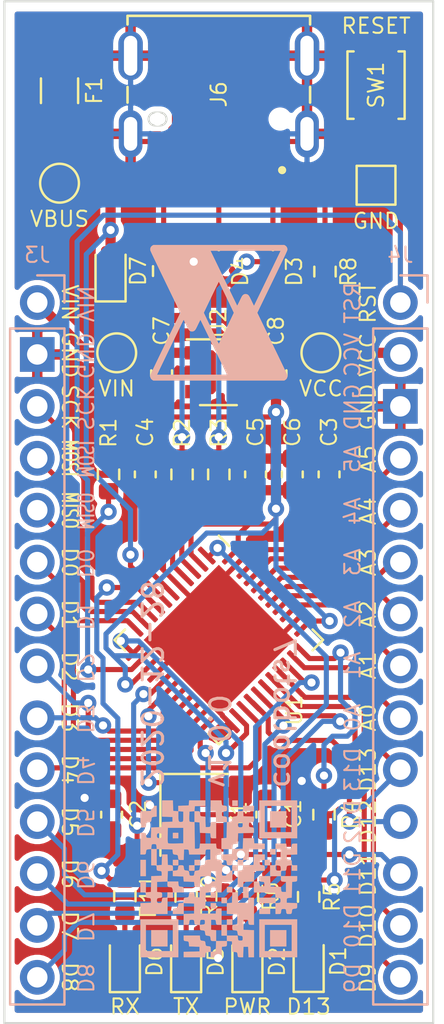
<source format=kicad_pcb>
(kicad_pcb (version 20171130) (host pcbnew "(5.1.8)-1")
  (layers (0 F.Cu signal) (31 B.Cu signal) (34 B.Paste user) (35 F.Paste user) (36 B.SilkS user) (37 F.SilkS user) (38 B.Mask user) (39 F.Mask user) (44 Edge.Cuts user))
  (net 0 "")
  (net 1 GND)
  (net 2 "Net-(C1-Pad1)")
  (net 3 "Net-(C2-Pad1)")
  (net 4 "Net-(C3-Pad1)")
  (net 5 "Net-(C4-Pad2)")
  (net 6 VCC)
  (net 7 VDD)
  (net 8 "Net-(D1-Pad2)")
  (net 9 "Net-(D2-Pad2)")
  (net 10 /D+)
  (net 11 /D-)
  (net 12 "Net-(D5-Pad2)")
  (net 13 "Net-(D6-Pad2)")
  (net 14 /MISO)
  (net 15 /SCK)
  (net 16 /MOSI)
  (net 17 /RESET)
  (net 18 /D0)
  (net 19 /D1)
  (net 20 /D2)
  (net 21 /D3)
  (net 22 /D4)
  (net 23 /D5)
  (net 24 /D6)
  (net 25 /D7)
  (net 26 /D8)
  (net 27 /D9)
  (net 28 /D10)
  (net 29 /D11)
  (net 30 /D12)
  (net 31 /D13)
  (net 32 /A0)
  (net 33 /A1)
  (net 34 /A2)
  (net 35 /A3)
  (net 36 /A4)
  (net 37 /A5)
  (net 38 VBUS)
  (net 39 "Net-(R2-Pad1)")
  (net 40 "Net-(R3-Pad1)")
  (net 41 "Net-(R4-Pad1)")
  (net 42 /TXLED)
  (net 43 /RXLED)
  (net 44 "Net-(F1-Pad2)")
  (net 45 "Net-(U2-Pad4)")
  (net 46 "Net-(J6-Pad3)")
  (net 47 "Net-(J6-Pad10)")
  (net 48 "Net-(J6-Pad4)")
  (net 49 "Net-(J6-Pad9)")
  (module touch-mark:touch_mark (layer B.Cu) (at 153.5 85.24 270)
    (fp_text reference G*** hide)
    (fp_text value LOGO hide)
  )
  (module development-boards:repo_qr_code (layer B.Cu) (at 153.5 112.94 90)
    (fp_text reference G*** hide)
    (fp_text value REPO hide)
  )
  (module DX07S016JA1R1500:JAE_DX07S016JA1R1500 (layer F.Cu) (at 153.5 75.76 180)
    (fp_text reference J6 (at 0 1.21 90) (layer F.SilkS) (effects (font (size 0.75 0.75) (thickness 0.1))))
    (fp_text value DX07S016JA1R1500)
    (fp_line (start 3.125 0.315) (end 2.875 0.315) (layer Edge.Cuts) (width 0.1))
    (fp_line (start 2.875 -0.315) (end 3.125 -0.315) (layer Edge.Cuts) (width 0.1))
    (fp_arc (start 3.125 0) (end 3.44 0) (angle -90) (layer Edge.Cuts) (width 0.1))
    (fp_arc (start 3.125 0) (end 3.125 0.315) (angle -90) (layer Edge.Cuts) (width 0.1))
    (fp_arc (start 2.875 0) (end 2.56 0) (angle -90) (layer Edge.Cuts) (width 0.1))
    (fp_arc (start 2.875 0) (end 2.875 -0.315) (angle -90) (layer Edge.Cuts) (width 0.1))
    (pad 1 smd rect (at -3.1 -1.1 180) (size 0.52 1) (layers F.Cu F.Paste F.Mask) (net 1 GND))
    (pad 12 smd rect (at 3.1 -1.1 180) (size 0.52 1) (layers F.Cu F.Paste F.Mask) (net 1 GND))
    (pad 2 smd rect (at -2.35 -1.1 180) (size 0.52 1) (layers F.Cu F.Paste F.Mask) (net 44 "Net-(F1-Pad2)"))
    (pad 11 smd rect (at 2.35 -1.1 180) (size 0.52 1) (layers F.Cu F.Paste F.Mask) (net 44 "Net-(F1-Pad2)"))
    (pad 3 smd rect (at -1.75 -1.1 180) (size 0.27 1) (layers F.Cu F.Paste F.Mask) (net 46 "Net-(J6-Pad3)"))
    (pad 10 smd rect (at 1.75 -1.1 180) (size 0.27 1) (layers F.Cu F.Paste F.Mask) (net 47 "Net-(J6-Pad10)"))
    (pad 4 smd rect (at -1.25 -1.1 180) (size 0.27 1) (layers F.Cu F.Paste F.Mask) (net 48 "Net-(J6-Pad4)"))
    (pad 5 smd rect (at -0.75 -1.1 180) (size 0.27 1) (layers F.Cu F.Paste F.Mask) (net 11 /D-))
    (pad 6 smd rect (at -0.25 -1.1 180) (size 0.27 1) (layers F.Cu F.Paste F.Mask) (net 10 /D+))
    (pad 7 smd rect (at 0.25 -1.1 180) (size 0.27 1) (layers F.Cu F.Paste F.Mask) (net 10 /D+))
    (pad 8 smd rect (at 0.75 -1.1 180) (size 0.27 1) (layers F.Cu F.Paste F.Mask) (net 11 /D-))
    (pad 9 smd rect (at 1.25 -1.1 180) (size 0.27 1) (layers F.Cu F.Paste F.Mask) (net 49 "Net-(J6-Pad9)"))
    (pad None np_thru_hole circle (at 3 0 180) (size 0.6 0.6) (drill 0.6) (layers *.Cu *.Mask))
    (pad None np_thru_hole circle (at 3 0 180) (size 0.63 0.63) (drill 0.63) (layers *.Cu *.Mask))
    (pad S1 smd rect (at -1.4 3.1 180) (size 1 2) (layers F.Cu F.Paste F.Mask) (net 1 GND))
    (pad S2 smd rect (at 1.4 3.1 180) (size 1 2) (layers F.Cu F.Paste F.Mask) (net 1 GND))
    (pad None np_thru_hole circle (at -3 0 180) (size 0.63 0.63) (drill 0.63) (layers *.Cu *.Mask))
    (pad S3 thru_hole oval (at -4.32 -0.725 180) (size 1.158 2.316) (drill oval 0.65 1.65) (layers *.Cu *.Mask) (net 1 GND))
    (pad S4 thru_hole oval (at 4.32 -0.725 180) (size 1.158 2.316) (drill oval 0.65 1.65) (layers *.Cu *.Mask) (net 1 GND))
    (pad S5 thru_hole oval (at -4.32 3.1 180) (size 1.2 2.4) (drill oval 0.65 1.95) (layers *.Cu *.Mask) (net 1 GND))
    (pad S6 thru_hole oval (at 4.32 3.1 180) (size 1.2 2.4) (drill oval 0.65 1.95) (layers *.Cu *.Mask) (net 1 GND))
  )
  (module Capacitor_SMD:C_0603_1608Metric (layer F.Cu) (at 158.9 93.15 90)
    (fp_text reference C3 (at 2.07 0 90) (layer F.SilkS) (effects (font (size 0.75 0.75) (thickness 0.1))))
    (fp_text value 1uF)
    (pad 2 smd roundrect (at 0.775 0 90) (size 0.9 0.95) (layers F.Cu F.Paste F.Mask) (net 1 GND))
    (pad 1 smd roundrect (at -0.775 0 90) (size 0.9 0.95) (layers F.Cu F.Paste F.Mask) (net 4 "Net-(C3-Pad1)"))
  )
  (module Package_DFN_QFN:QFN-44-1EP_7x7mm_P0.5mm_EP5.2x5.2mm (layer F.Cu) (at 153.498984 101.250381 315)
    (fp_text reference U1 (at 5.056262 -0.177765 270) (layer F.SilkS) (effects (font (size 0.75 0.75) (thickness 0.1))))
    (fp_text value ATmega32U4-AU)
    (pad 1 smd roundrect (at -3.3375 -2.5 315) (size 1.075 0.25) (layers F.Cu F.Paste F.Mask) (net 25 /D7))
    (pad 2 smd roundrect (at -3.3375 -2 315) (size 1.075 0.25) (layers F.Cu F.Paste F.Mask) (net 6 VCC))
    (pad 3 smd roundrect (at -3.3375 -1.5 315) (size 1.075 0.25) (layers F.Cu F.Paste F.Mask) (net 40 "Net-(R3-Pad1)"))
    (pad 4 smd roundrect (at -3.3375 -1 315) (size 1.075 0.25) (layers F.Cu F.Paste F.Mask) (net 39 "Net-(R2-Pad1)"))
    (pad 5 smd roundrect (at -3.3375 -0.5 315) (size 1.075 0.25) (layers F.Cu F.Paste F.Mask) (net 1 GND))
    (pad 6 smd roundrect (at -3.3375 0 315) (size 1.075 0.25) (layers F.Cu F.Paste F.Mask) (net 5 "Net-(C4-Pad2)"))
    (pad 7 smd roundrect (at -3.3375 0.5 315) (size 1.075 0.25) (layers F.Cu F.Paste F.Mask) (net 38 VBUS))
    (pad 8 smd roundrect (at -3.3375 1 315) (size 1.075 0.25) (layers F.Cu F.Paste F.Mask) (net 43 /RXLED))
    (pad 9 smd roundrect (at -3.3375 1.5 315) (size 1.075 0.25) (layers F.Cu F.Paste F.Mask) (net 15 /SCK))
    (pad 10 smd roundrect (at -3.3375 2 315) (size 1.075 0.25) (layers F.Cu F.Paste F.Mask) (net 16 /MOSI))
    (pad 11 smd roundrect (at -3.3375 2.5 315) (size 1.075 0.25) (layers F.Cu F.Paste F.Mask) (net 14 /MISO))
    (pad 12 smd roundrect (at -2.5 3.3375 315) (size 0.25 1.075) (layers F.Cu F.Paste F.Mask) (net 29 /D11))
    (pad 13 smd roundrect (at -2 3.3375 315) (size 0.25 1.075) (layers F.Cu F.Paste F.Mask) (net 17 /RESET))
    (pad 14 smd roundrect (at -1.5 3.3375 315) (size 0.25 1.075) (layers F.Cu F.Paste F.Mask) (net 6 VCC))
    (pad 15 smd roundrect (at -1 3.3375 315) (size 0.25 1.075) (layers F.Cu F.Paste F.Mask) (net 1 GND))
    (pad 16 smd roundrect (at -0.5 3.3375 315) (size 0.25 1.075) (layers F.Cu F.Paste F.Mask) (net 3 "Net-(C2-Pad1)"))
    (pad 17 smd roundrect (at 0 3.3375 315) (size 0.25 1.075) (layers F.Cu F.Paste F.Mask) (net 2 "Net-(C1-Pad1)"))
    (pad 18 smd roundrect (at 0.5 3.3375 315) (size 0.25 1.075) (layers F.Cu F.Paste F.Mask) (net 21 /D3))
    (pad 19 smd roundrect (at 1 3.3375 315) (size 0.25 1.075) (layers F.Cu F.Paste F.Mask) (net 20 /D2))
    (pad 20 smd roundrect (at 1.5 3.3375 315) (size 0.25 1.075) (layers F.Cu F.Paste F.Mask) (net 18 /D0))
    (pad 21 smd roundrect (at 2 3.3375 315) (size 0.25 1.075) (layers F.Cu F.Paste F.Mask) (net 19 /D1))
    (pad 22 smd roundrect (at 2.5 3.3375 315) (size 0.25 1.075) (layers F.Cu F.Paste F.Mask) (net 42 /TXLED))
    (pad 23 smd roundrect (at 3.3375 2.5 315) (size 1.075 0.25) (layers F.Cu F.Paste F.Mask) (net 1 GND))
    (pad 24 smd roundrect (at 3.3375 2 315) (size 1.075 0.25) (layers F.Cu F.Paste F.Mask) (net 6 VCC))
    (pad 25 smd roundrect (at 3.3375 1.5 315) (size 1.075 0.25) (layers F.Cu F.Paste F.Mask) (net 22 /D4))
    (pad 26 smd roundrect (at 3.3375 1 315) (size 1.075 0.25) (layers F.Cu F.Paste F.Mask) (net 30 /D12))
    (pad 27 smd roundrect (at 3.3375 0.5 315) (size 1.075 0.25) (layers F.Cu F.Paste F.Mask) (net 24 /D6))
    (pad 28 smd roundrect (at 3.3375 0 315) (size 1.075 0.25) (layers F.Cu F.Paste F.Mask) (net 26 /D8))
    (pad 29 smd roundrect (at 3.3375 -0.5 315) (size 1.075 0.25) (layers F.Cu F.Paste F.Mask) (net 27 /D9))
    (pad 30 smd roundrect (at 3.3375 -1 315) (size 1.075 0.25) (layers F.Cu F.Paste F.Mask) (net 28 /D10))
    (pad 31 smd roundrect (at 3.3375 -1.5 315) (size 1.075 0.25) (layers F.Cu F.Paste F.Mask) (net 23 /D5))
    (pad 32 smd roundrect (at 3.3375 -2 315) (size 1.075 0.25) (layers F.Cu F.Paste F.Mask) (net 31 /D13))
    (pad 33 smd roundrect (at 3.3375 -2.5 315) (size 1.075 0.25) (layers F.Cu F.Paste F.Mask) (net 41 "Net-(R4-Pad1)"))
    (pad 34 smd roundrect (at 2.5 -3.3375 315) (size 0.25 1.075) (layers F.Cu F.Paste F.Mask) (net 6 VCC))
    (pad 35 smd roundrect (at 2 -3.3375 315) (size 0.25 1.075) (layers F.Cu F.Paste F.Mask) (net 1 GND))
    (pad 36 smd roundrect (at 1.5 -3.3375 315) (size 0.25 1.075) (layers F.Cu F.Paste F.Mask) (net 32 /A0))
    (pad 37 smd roundrect (at 1 -3.3375 315) (size 0.25 1.075) (layers F.Cu F.Paste F.Mask) (net 33 /A1))
    (pad 38 smd roundrect (at 0.5 -3.3375 315) (size 0.25 1.075) (layers F.Cu F.Paste F.Mask) (net 34 /A2))
    (pad 39 smd roundrect (at 0 -3.3375 315) (size 0.25 1.075) (layers F.Cu F.Paste F.Mask) (net 35 /A3))
    (pad 40 smd roundrect (at -0.5 -3.3375 315) (size 0.25 1.075) (layers F.Cu F.Paste F.Mask) (net 36 /A4))
    (pad 41 smd roundrect (at -1 -3.3375 315) (size 0.25 1.075) (layers F.Cu F.Paste F.Mask) (net 37 /A5))
    (pad 42 smd roundrect (at -1.5 -3.3375 315) (size 0.25 1.075) (layers F.Cu F.Paste F.Mask) (net 4 "Net-(C3-Pad1)"))
    (pad 43 smd roundrect (at -2 -3.3375 315) (size 0.25 1.075) (layers F.Cu F.Paste F.Mask) (net 1 GND))
    (pad 44 smd roundrect (at -2.5 -3.3375 315) (size 0.25 1.075) (layers F.Cu F.Paste F.Mask) (net 6 VCC))
    (pad 45 smd rect (at 0 0 315) (size 5.2 5.2) (layers F.Cu F.Mask))
  )
  (module Resistor_SMD:R_0603_1608Metric (layer F.Cu) (at 151.7 93.15 90)
    (fp_text reference R2 (at 2.03 0 90) (layer F.SilkS) (effects (font (size 0.75 0.75) (thickness 0.1))))
    (fp_text value 22)
    (pad 1 smd roundrect (at -0.825 0 90) (size 0.8 0.95) (layers F.Cu F.Paste F.Mask) (net 39 "Net-(R2-Pad1)"))
    (pad 2 smd roundrect (at 0.825 0 90) (size 0.8 0.95) (layers F.Cu F.Paste F.Mask) (net 10 /D+))
  )
  (module Connector_PinHeader_2.54mm:PinHeader_1x14_P2.54mm_Vertical (layer B.Cu) (at 144.61 84.74 180)
    (fp_text reference J3 (at 0 2.33 180) (layer B.SilkS) (effects (font (size 0.75 0.75) (thickness 0.1)) (justify mirror)))
    (fp_text value Conn_01x14)
    (pad 1 thru_hole oval (at 0 0 180) (size 1.7 1.7) (drill 1) (layers *.Cu *.Mask) (net 7 VDD))
    (pad 2 thru_hole rect (at 0 -2.54 180) (size 1.7 1.7) (drill 1) (layers *.Cu *.Mask) (net 1 GND))
    (pad 3 thru_hole oval (at 0 -5.08 180) (size 1.7 1.7) (drill 1) (layers *.Cu *.Mask) (net 15 /SCK))
    (pad 4 thru_hole oval (at 0 -7.62 180) (size 1.7 1.7) (drill 1) (layers *.Cu *.Mask) (net 16 /MOSI))
    (pad 5 thru_hole oval (at 0 -10.16 180) (size 1.7 1.7) (drill 1) (layers *.Cu *.Mask) (net 14 /MISO))
    (pad 6 thru_hole oval (at 0 -12.7 180) (size 1.7 1.7) (drill 1) (layers *.Cu *.Mask) (net 18 /D0))
    (pad 7 thru_hole oval (at 0 -15.24 180) (size 1.7 1.7) (drill 1) (layers *.Cu *.Mask) (net 19 /D1))
    (pad 8 thru_hole oval (at 0 -17.78 180) (size 1.7 1.7) (drill 1) (layers *.Cu *.Mask) (net 20 /D2))
    (pad 9 thru_hole oval (at 0 -20.32 180) (size 1.7 1.7) (drill 1) (layers *.Cu *.Mask) (net 21 /D3))
    (pad 10 thru_hole oval (at 0 -22.86 180) (size 1.7 1.7) (drill 1) (layers *.Cu *.Mask) (net 22 /D4))
    (pad 11 thru_hole oval (at 0 -25.4 180) (size 1.7 1.7) (drill 1) (layers *.Cu *.Mask) (net 23 /D5))
    (pad 12 thru_hole oval (at 0 -27.94 180) (size 1.7 1.7) (drill 1) (layers *.Cu *.Mask) (net 24 /D6))
    (pad 13 thru_hole oval (at 0 -30.48 180) (size 1.7 1.7) (drill 1) (layers *.Cu *.Mask) (net 25 /D7))
    (pad 14 thru_hole oval (at 0 -33.02 180) (size 1.7 1.7) (drill 1) (layers *.Cu *.Mask) (net 26 /D8))
  )
  (module Connector_PinHeader_2.54mm:PinHeader_1x14_P2.54mm_Vertical (layer B.Cu) (at 162.39 84.74 180)
    (fp_text reference J4 (at 0 2.33 180) (layer B.SilkS) (effects (font (size 0.75 0.75) (thickness 0.1)) (justify mirror)))
    (fp_text value Conn_01x14)
    (pad 14 thru_hole oval (at 0 -33.02 180) (size 1.7 1.7) (drill 1) (layers *.Cu *.Mask) (net 27 /D9))
    (pad 13 thru_hole oval (at 0 -30.48 180) (size 1.7 1.7) (drill 1) (layers *.Cu *.Mask) (net 28 /D10))
    (pad 12 thru_hole oval (at 0 -27.94 180) (size 1.7 1.7) (drill 1) (layers *.Cu *.Mask) (net 29 /D11))
    (pad 11 thru_hole oval (at 0 -25.4 180) (size 1.7 1.7) (drill 1) (layers *.Cu *.Mask) (net 30 /D12))
    (pad 10 thru_hole oval (at 0 -22.86 180) (size 1.7 1.7) (drill 1) (layers *.Cu *.Mask) (net 31 /D13))
    (pad 9 thru_hole oval (at 0 -20.32 180) (size 1.7 1.7) (drill 1) (layers *.Cu *.Mask) (net 32 /A0))
    (pad 8 thru_hole oval (at 0 -17.78 180) (size 1.7 1.7) (drill 1) (layers *.Cu *.Mask) (net 33 /A1))
    (pad 7 thru_hole oval (at 0 -15.24 180) (size 1.7 1.7) (drill 1) (layers *.Cu *.Mask) (net 34 /A2))
    (pad 6 thru_hole oval (at 0 -12.7 180) (size 1.7 1.7) (drill 1) (layers *.Cu *.Mask) (net 35 /A3))
    (pad 5 thru_hole oval (at 0 -10.16 180) (size 1.7 1.7) (drill 1) (layers *.Cu *.Mask) (net 36 /A4))
    (pad 4 thru_hole oval (at 0 -7.62 180) (size 1.7 1.7) (drill 1) (layers *.Cu *.Mask) (net 37 /A5))
    (pad 3 thru_hole rect (at 0 -5.08 180) (size 1.7 1.7) (drill 1) (layers *.Cu *.Mask) (net 1 GND))
    (pad 2 thru_hole oval (at 0 -2.54 180) (size 1.7 1.7) (drill 1) (layers *.Cu *.Mask) (net 6 VCC))
    (pad 1 thru_hole oval (at 0 0 180) (size 1.7 1.7) (drill 1) (layers *.Cu *.Mask) (net 17 /RESET))
  )
  (module Button_Switch_SMD:SW_SPST_B3U-1000P (layer F.Cu) (at 161.2 74.1 270)
    (fp_text reference SW1 (at 0 0 270) (layer F.SilkS) (effects (font (size 0.75 0.75) (thickness 0.1))))
    (fp_text value RESET (at -2.9 0 180) (layer F.SilkS) (effects (font (size 0.75 0.75) (thickness 0.1))))
    (pad 1 smd rect (at -1.7 0 270) (size 0.9 1.7) (layers F.Cu F.Paste F.Mask) (net 1 GND))
    (pad 2 smd rect (at 1.7 0 270) (size 0.9 1.7) (layers F.Cu F.Paste F.Mask) (net 17 /RESET))
  )
  (module Capacitor_SMD:C_0603_1608Metric (layer F.Cu) (at 155.85 109.8 270)
    (fp_text reference C1 (at -0.025 -1.3 270) (layer F.SilkS) (effects (font (size 0.75 0.75) (thickness 0.1))))
    (fp_text value 22pF)
    (pad 1 smd roundrect (at -0.775 0 270) (size 0.9 0.95) (layers F.Cu F.Paste F.Mask) (net 2 "Net-(C1-Pad1)"))
    (pad 2 smd roundrect (at 0.775 0 270) (size 0.9 0.95) (layers F.Cu F.Paste F.Mask) (net 1 GND))
  )
  (module Capacitor_SMD:C_0603_1608Metric (layer F.Cu) (at 148.25 109.8 270)
    (fp_text reference C2 (at 0 -1.3 270) (layer F.SilkS) (effects (font (size 0.75 0.75) (thickness 0.1))))
    (fp_text value 22pF)
    (pad 2 smd roundrect (at 0.775 0 270) (size 0.9 0.95) (layers F.Cu F.Paste F.Mask) (net 1 GND))
    (pad 1 smd roundrect (at -0.775 0 270) (size 0.9 0.95) (layers F.Cu F.Paste F.Mask) (net 3 "Net-(C2-Pad1)"))
  )
  (module Capacitor_SMD:C_0603_1608Metric (layer F.Cu) (at 149.9 93.15 270)
    (fp_text reference C4 (at -2.06 0 90) (layer F.SilkS) (effects (font (size 0.75 0.75) (thickness 0.1))))
    (fp_text value 1uF)
    (pad 1 smd roundrect (at -0.775 0 270) (size 0.9 0.95) (layers F.Cu F.Paste F.Mask) (net 1 GND))
    (pad 2 smd roundrect (at 0.775 0 270) (size 0.9 0.95) (layers F.Cu F.Paste F.Mask) (net 5 "Net-(C4-Pad2)"))
  )
  (module Capacitor_SMD:C_0603_1608Metric (layer F.Cu) (at 155.3 93.15 90)
    (fp_text reference C5 (at 2.07 0 90) (layer F.SilkS) (effects (font (size 0.75 0.75) (thickness 0.1))))
    (fp_text value 22uF)
    (pad 1 smd roundrect (at -0.775 0 90) (size 0.9 0.95) (layers F.Cu F.Paste F.Mask) (net 6 VCC))
    (pad 2 smd roundrect (at 0.775 0 90) (size 0.9 0.95) (layers F.Cu F.Paste F.Mask) (net 1 GND))
  )
  (module Capacitor_SMD:C_0603_1608Metric (layer F.Cu) (at 157.1 93.15 270)
    (fp_text reference C6 (at -2.07 0 90) (layer F.SilkS) (effects (font (size 0.75 0.75) (thickness 0.1))))
    (fp_text value 1uF)
    (pad 2 smd roundrect (at 0.775 0 270) (size 0.9 0.95) (layers F.Cu F.Paste F.Mask) (net 6 VCC))
    (pad 1 smd roundrect (at -0.775 0 270) (size 0.9 0.95) (layers F.Cu F.Paste F.Mask) (net 1 GND))
  )
  (module Capacitor_SMD:C_0603_1608Metric (layer F.Cu) (at 150.7 88.2 90)
    (fp_text reference C7 (at 2.07 0 270) (layer F.SilkS) (effects (font (size 0.75 0.75) (thickness 0.1))))
    (fp_text value 1uF)
    (pad 1 smd roundrect (at -0.775 0 90) (size 0.9 0.95) (layers F.Cu F.Paste F.Mask) (net 1 GND))
    (pad 2 smd roundrect (at 0.775 0 90) (size 0.9 0.95) (layers F.Cu F.Paste F.Mask) (net 7 VDD))
  )
  (module Capacitor_SMD:C_0603_1608Metric (layer F.Cu) (at 156.3 88.2 90)
    (fp_text reference C8 (at 2.07 0 270) (layer F.SilkS) (effects (font (size 0.75 0.75) (thickness 0.1))))
    (fp_text value 1uF)
    (pad 2 smd roundrect (at 0.775 0 90) (size 0.9 0.95) (layers F.Cu F.Paste F.Mask) (net 1 GND))
    (pad 1 smd roundrect (at -0.775 0 90) (size 0.9 0.95) (layers F.Cu F.Paste F.Mask) (net 6 VCC))
  )
  (module LED_SMD:LED_0603_1608Metric (layer F.Cu) (at 157.9 116.9875 90)
    (fp_text reference D1 (at 0.0125 1.45 270) (layer F.SilkS) (effects (font (size 0.75 0.75) (thickness 0.1))))
    (fp_text value D13 (at -2.2125 0 180) (layer F.SilkS) (effects (font (size 0.75 0.75) (thickness 0.1))))
    (pad 2 smd roundrect (at 0.7875 0 90) (size 0.875 0.95) (layers F.Cu F.Paste F.Mask) (net 8 "Net-(D1-Pad2)"))
    (pad 1 smd roundrect (at -0.7875 0 90) (size 0.875 0.95) (layers F.Cu F.Paste F.Mask) (net 1 GND))
  )
  (module LED_SMD:LED_0603_1608Metric (layer F.Cu) (at 154.9 117 90)
    (fp_text reference D2 (at 0 1.45 270) (layer F.SilkS) (effects (font (size 0.75 0.75) (thickness 0.1))))
    (fp_text value PWR (at -2.2 0 180) (layer F.SilkS) (effects (font (size 0.75 0.75) (thickness 0.1))))
    (pad 1 smd roundrect (at -0.7875 0 90) (size 0.875 0.95) (layers F.Cu F.Paste F.Mask) (net 1 GND))
    (pad 2 smd roundrect (at 0.7875 0 90) (size 0.875 0.95) (layers F.Cu F.Paste F.Mask) (net 9 "Net-(D2-Pad2)"))
  )
  (module LED_SMD:LED_0603_1608Metric (layer F.Cu) (at 151.9 117 90)
    (fp_text reference D5 (at 0 1.45 270) (layer F.SilkS) (effects (font (size 0.75 0.75) (thickness 0.1))))
    (fp_text value TX (at -2.2 0 180) (layer F.SilkS) (effects (font (size 0.78 0.75) (thickness 0.1))))
    (pad 2 smd roundrect (at 0.7875 0 90) (size 0.875 0.95) (layers F.Cu F.Paste F.Mask) (net 12 "Net-(D5-Pad2)"))
    (pad 1 smd roundrect (at -0.7875 0 90) (size 0.875 0.95) (layers F.Cu F.Paste F.Mask) (net 1 GND))
  )
  (module LED_SMD:LED_0603_1608Metric (layer F.Cu) (at 148.9 117 90)
    (fp_text reference D6 (at 0 1.45 270) (layer F.SilkS) (effects (font (size 0.75 0.75) (thickness 0.1))))
    (fp_text value RX (at -2.2 0 180) (layer F.SilkS) (effects (font (size 0.75 0.75) (thickness 0.1))))
    (pad 1 smd roundrect (at -0.7875 0 90) (size 0.875 0.95) (layers F.Cu F.Paste F.Mask) (net 1 GND))
    (pad 2 smd roundrect (at 0.7875 0 90) (size 0.875 0.95) (layers F.Cu F.Paste F.Mask) (net 13 "Net-(D6-Pad2)"))
  )
  (module Resistor_SMD:R_0603_1608Metric (layer F.Cu) (at 148.1 93.15 270)
    (fp_text reference R1 (at -2.03 0 90) (layer F.SilkS) (effects (font (size 0.75 0.75) (thickness 0.1))))
    (fp_text value 10k)
    (pad 1 smd roundrect (at -0.825 0 270) (size 0.8 0.95) (layers F.Cu F.Paste F.Mask) (net 6 VCC))
    (pad 2 smd roundrect (at 0.825 0 270) (size 0.8 0.95) (layers F.Cu F.Paste F.Mask) (net 17 /RESET))
  )
  (module Resistor_SMD:R_0603_1608Metric (layer F.Cu) (at 153.5 93.15 90)
    (fp_text reference R3 (at 2.03 0 90) (layer F.SilkS) (effects (font (size 0.75 0.75) (thickness 0.1))))
    (fp_text value 22)
    (pad 2 smd roundrect (at 0.825 0 90) (size 0.8 0.95) (layers F.Cu F.Paste F.Mask) (net 11 /D-))
    (pad 1 smd roundrect (at -0.825 0 90) (size 0.8 0.95) (layers F.Cu F.Paste F.Mask) (net 40 "Net-(R3-Pad1)"))
  )
  (module Resistor_SMD:R_0603_1608Metric (layer F.Cu) (at 158.65 109.8 270)
    (fp_text reference R4 (at 0 -1.3 270) (layer F.SilkS) (effects (font (size 0.75 0.75) (thickness 0.1))))
    (fp_text value 10k)
    (pad 1 smd roundrect (at -0.825 0 270) (size 0.8 0.95) (layers F.Cu F.Paste F.Mask) (net 41 "Net-(R4-Pad1)"))
    (pad 2 smd roundrect (at 0.825 0 270) (size 0.8 0.95) (layers F.Cu F.Paste F.Mask) (net 1 GND))
  )
  (module Resistor_SMD:R_0603_1608Metric (layer F.Cu) (at 157.9 113.825 270)
    (fp_text reference R5 (at 0.005 -1.14 270) (layer F.SilkS) (effects (font (size 0.75 0.75) (thickness 0.1))))
    (fp_text value 200ohm)
    (pad 1 smd roundrect (at -0.825 0 270) (size 0.8 0.95) (layers F.Cu F.Paste F.Mask) (net 31 /D13))
    (pad 2 smd roundrect (at 0.825 0 270) (size 0.8 0.95) (layers F.Cu F.Paste F.Mask) (net 8 "Net-(D1-Pad2)"))
  )
  (module Resistor_SMD:R_0603_1608Metric (layer F.Cu) (at 154.9 113.8 270)
    (fp_text reference R6 (at 0 -1.14 270) (layer F.SilkS) (effects (font (size 0.75 0.75) (thickness 0.1))))
    (fp_text value 100ohm)
    (pad 2 smd roundrect (at 0.825 0 270) (size 0.8 0.95) (layers F.Cu F.Paste F.Mask) (net 9 "Net-(D2-Pad2)"))
    (pad 1 smd roundrect (at -0.825 0 270) (size 0.8 0.95) (layers F.Cu F.Paste F.Mask) (net 6 VCC))
  )
  (module Resistor_SMD:R_0603_1608Metric (layer F.Cu) (at 150.8 83.2 270)
    (fp_text reference R7 (at 0 -1.15 270) (layer F.SilkS) (effects (font (size 0.75 0.75) (thickness 0.1))))
    (fp_text value 5.1k)
    (pad 1 smd roundrect (at -0.825 0 270) (size 0.8 0.95) (layers F.Cu F.Paste F.Mask) (net 49 "Net-(J6-Pad9)"))
    (pad 2 smd roundrect (at 0.825 0 270) (size 0.8 0.95) (layers F.Cu F.Paste F.Mask) (net 1 GND))
  )
  (module Resistor_SMD:R_0603_1608Metric (layer F.Cu) (at 158.7 83.225 270)
    (fp_text reference R8 (at 0.005 -1.15 270) (layer F.SilkS) (effects (font (size 0.75 0.75) (thickness 0.1))))
    (fp_text value 5.1k)
    (pad 1 smd roundrect (at -0.825 0 270) (size 0.8 0.95) (layers F.Cu F.Paste F.Mask) (net 46 "Net-(J6-Pad3)"))
    (pad 2 smd roundrect (at 0.825 0 270) (size 0.8 0.95) (layers F.Cu F.Paste F.Mask) (net 1 GND))
  )
  (module Resistor_SMD:R_0603_1608Metric (layer F.Cu) (at 151.9 113.825 90)
    (fp_text reference R10 (at 0.005 1.14 270) (layer F.SilkS) (effects (font (size 0.75 0.75) (thickness 0.1))))
    (fp_text value 200ohm)
    (pad 2 smd roundrect (at 0.825 0 90) (size 0.8 0.95) (layers F.Cu F.Paste F.Mask) (net 42 /TXLED))
    (pad 1 smd roundrect (at -0.825 0 90) (size 0.8 0.95) (layers F.Cu F.Paste F.Mask) (net 12 "Net-(D5-Pad2)"))
  )
  (module Resistor_SMD:R_0603_1608Metric (layer F.Cu) (at 148.9 113.8 90)
    (fp_text reference R11 (at 0 1.14 270) (layer F.SilkS) (effects (font (size 0.75 0.75) (thickness 0.1))))
    (fp_text value 200ohm)
    (pad 2 smd roundrect (at 0.825 0 90) (size 0.8 0.95) (layers F.Cu F.Paste F.Mask) (net 43 /RXLED))
    (pad 1 smd roundrect (at -0.825 0 90) (size 0.8 0.95) (layers F.Cu F.Paste F.Mask) (net 13 "Net-(D6-Pad2)"))
  )
  (module Diode_SMD:D_0603_1608Metric (layer F.Cu) (at 148.2 83.2 90)
    (fp_text reference D7 (at 0 1.35 90) (layer F.SilkS) (effects (font (size 0.75 0.75) (thickness 0.1))))
    (fp_text value D_Small)
    (pad 1 smd roundrect (at -0.7875 0 90) (size 0.875 0.95) (layers F.Cu F.Paste F.Mask) (net 6 VCC))
    (pad 2 smd roundrect (at 0.7875 0 90) (size 0.875 0.95) (layers F.Cu F.Paste F.Mask) (net 38 VBUS))
  )
  (module Fuse:Fuse_1206_3216Metric (layer F.Cu) (at 145.7 74.375 90)
    (fp_text reference F1 (at 0 1.7 90) (layer F.SilkS) (effects (font (size 0.75 0.75) (thickness 0.1))))
    (fp_text value 250mA)
    (pad 1 smd roundrect (at -1.4 0 90) (size 1.25 1.75) (layers F.Cu F.Paste F.Mask) (roundrect_rratio 0.2) (net 38 VBUS))
    (pad 2 smd roundrect (at 1.4 0 90) (size 1.25 1.75) (layers F.Cu F.Paste F.Mask) (roundrect_rratio 0.2) (net 44 "Net-(F1-Pad2)"))
  )
  (module Package_TO_SOT_SMD:SOT-23-5 (layer F.Cu) (at 153.48 88.15)
    (fp_text reference U2 (at 0 -2.4 90) (layer F.SilkS) (effects (font (size 0.75 0.75) (thickness 0.1))))
    (fp_text value MIC5219-5.0YM5)
    (pad 1 smd rect (at -1.1 -0.95) (size 1.06 0.65) (layers F.Cu F.Paste F.Mask) (net 7 VDD))
    (pad 2 smd rect (at -1.1 0) (size 1.06 0.65) (layers F.Cu F.Paste F.Mask) (net 1 GND))
    (pad 3 smd rect (at -1.1 0.95) (size 1.06 0.65) (layers F.Cu F.Paste F.Mask) (net 7 VDD))
    (pad 4 smd rect (at 1.1 0.95) (size 1.06 0.65) (layers F.Cu F.Paste F.Mask) (net 45 "Net-(U2-Pad4)"))
    (pad 5 smd rect (at 1.1 -0.95) (size 1.06 0.65) (layers F.Cu F.Paste F.Mask) (net 6 VCC))
  )
  (module Crystal:Crystal_SMD_3225-4Pin_3.2x2.5mm (layer F.Cu) (at 152.29 109.81 270)
    (fp_text reference Y1 (at 0 -2.19 90) (layer F.SilkS) (effects (font (size 0.75 0.75) (thickness 0.1))))
    (fp_text value Crystal_GND24_Small)
    (pad 1 smd rect (at -1.1 0.85 270) (size 1.4 1.2) (layers F.Cu F.Paste F.Mask) (net 2 "Net-(C1-Pad1)"))
    (pad 2 smd rect (at 1.1 0.85 270) (size 1.4 1.2) (layers F.Cu F.Paste F.Mask) (net 1 GND))
    (pad 3 smd rect (at 1.1 -0.85 270) (size 1.4 1.2) (layers F.Cu F.Paste F.Mask) (net 3 "Net-(C2-Pad1)"))
    (pad 4 smd rect (at -1.1 -0.85 270) (size 1.4 1.2) (layers F.Cu F.Paste F.Mask) (net 1 GND))
  )
  (module Diode_SMD:D_0402_1005Metric (layer F.Cu) (at 156.15 83.225 270)
    (fp_text reference D3 (at 0 -1.04 90) (layer F.SilkS) (effects (font (size 0.75 0.75) (thickness 0.1))))
    (fp_text value 3.6v)
    (pad 2 smd roundrect (at 0.485 0 270) (size 0.59 0.64) (layers F.Cu F.Paste F.Mask) (net 1 GND))
    (pad 1 smd roundrect (at -0.485 0 270) (size 0.59 0.64) (layers F.Cu F.Paste F.Mask) (net 11 /D-))
  )
  (module Diode_SMD:D_0402_1005Metric (layer F.Cu) (at 153.5 83.225 270)
    (fp_text reference D4 (at 0 -1.05 90) (layer F.SilkS) (effects (font (size 0.75 0.75) (thickness 0.1))))
    (fp_text value 3.6v)
    (pad 1 smd roundrect (at -0.485 0 270) (size 0.59 0.64) (layers F.Cu F.Paste F.Mask) (net 10 /D+))
    (pad 2 smd roundrect (at 0.485 0 270) (size 0.59 0.64) (layers F.Cu F.Paste F.Mask) (net 1 GND))
  )
  (module TestPoint:TestPoint_Pad_1.5x1.5mm (layer F.Cu) (at 161.2 79)
    (fp_text reference TP1)
    (fp_text value GND (at 0 1.75) (layer F.SilkS) (effects (font (size 0.75 0.75) (thickness 0.1))))
    (pad 1 smd rect (at 0 0) (size 1.5 1.5) (layers F.Cu F.Mask) (net 1 GND))
  )
  (module TestPoint:TestPoint_Pad_D1.5mm (layer F.Cu) (at 158.5 87.2)
    (fp_text reference TP2)
    (fp_text value VCC (at 0 1.75) (layer F.SilkS) (effects (font (size 0.75 0.75) (thickness 0.1))))
    (pad 1 smd circle (at 0 0) (size 1.5 1.5) (layers F.Cu F.Mask) (net 6 VCC))
  )
  (module TestPoint:TestPoint_Pad_D1.5mm (layer F.Cu) (at 148.5 87.2)
    (fp_text reference TP3)
    (fp_text value VIN (at 0 1.75) (layer F.SilkS) (effects (font (size 0.75 0.75) (thickness 0.1))))
    (pad 1 smd circle (at 0 0) (size 1.5 1.5) (layers F.Cu F.Mask) (net 7 VDD))
  )
  (module TestPoint:TestPoint_Pad_D1.5mm (layer F.Cu) (at 145.7 78.9)
    (fp_text reference TP4)
    (fp_text value VBUS (at 0 1.75) (layer F.SilkS) (effects (font (size 0.75 0.75) (thickness 0.1))))
    (pad 1 smd circle (at 0 0) (size 1.5 1.5) (layers F.Cu F.Mask) (net 38 VBUS))
  )
  (gr_text D6 (at 146.95 112.75 270) (layer B.SilkS) (effects (font (size 0.75 0.75) (thickness 0.1)) (justify mirror)))
  (gr_text D7 (at 146.95 115.3 270) (layer B.SilkS) (effects (font (size 0.75 0.75) (thickness 0.1)) (justify mirror)))
  (gr_text D5 (at 146.95 110.2 270) (layer B.SilkS) (effects (font (size 0.75 0.75) (thickness 0.1)) (justify mirror)))
  (gr_text D8 (at 146.95 117.8 270) (layer B.SilkS) (effects (font (size 0.75 0.75) (thickness 0.1)) (justify mirror)))
  (gr_text D4 (at 146.95 107.65 270) (layer B.SilkS) (effects (font (size 0.75 0.75) (thickness 0.1)) (justify mirror)))
  (gr_text D3 (at 146.95 105.1 270) (layer B.SilkS) (effects (font (size 0.75 0.75) (thickness 0.1)) (justify mirror)))
  (gr_text VIN (at 146.95 84.8 270) (layer B.SilkS) (effects (font (size 0.75 0.75) (thickness 0.1)) (justify mirror)))
  (gr_text D1 (at 146.95 100.05 270) (layer B.SilkS) (effects (font (size 0.75 0.75) (thickness 0.1)) (justify mirror)))
  (gr_text D2 (at 146.95 102.6 270) (layer B.SilkS) (effects (font (size 0.75 0.75) (thickness 0.1)) (justify mirror)))
  (gr_text D0 (at 146.95 97.5 270) (layer B.SilkS) (effects (font (size 0.75 0.75) (thickness 0.1)) (justify mirror)))
  (gr_text MISO (at 146.95 94.95 270) (layer B.SilkS) (effects (font (size 0.75 0.5) (thickness 0.1)) (justify mirror)))
  (gr_text MOSI (at 146.95 92.4 270) (layer B.SilkS) (effects (font (size 0.75 0.5) (thickness 0.1)) (justify mirror)))
  (gr_text SCK (at 146.95 89.9 270) (layer B.SilkS) (effects (font (size 0.75 0.75) (thickness 0.1)) (justify mirror)))
  (gr_text GND (at 146.95 87.35 270) (layer B.SilkS) (effects (font (size 0.75 0.75) (thickness 0.1)) (justify mirror)))
  (gr_text D11 (at 160.05 112.7 90) (layer B.SilkS) (effects (font (size 0.75 0.75) (thickness 0.1)) (justify mirror)))
  (gr_text VCC (at 160.05 87.3 90) (layer B.SilkS) (effects (font (size 0.75 0.75) (thickness 0.1)) (justify mirror)))
  (gr_text A5 (at 160.05 92.4 90) (layer B.SilkS) (effects (font (size 0.75 0.75) (thickness 0.1)) (justify mirror)))
  (gr_text A1 (at 160.05 102.5 90) (layer B.SilkS) (effects (font (size 0.75 0.75) (thickness 0.1)) (justify mirror)))
  (gr_text A2 (at 160.05 100 90) (layer B.SilkS) (effects (font (size 0.75 0.75) (thickness 0.1)) (justify mirror)))
  (gr_text D9 (at 160.05 117.8 90) (layer B.SilkS) (effects (font (size 0.75 0.75) (thickness 0.1)) (justify mirror)))
  (gr_text GND (at 160.05 89.85 90) (layer B.SilkS) (effects (font (size 0.75 0.75) (thickness 0.1)) (justify mirror)))
  (gr_text D10 (at 160.05 115.25 90) (layer B.SilkS) (effects (font (size 0.75 0.75) (thickness 0.1)) (justify mirror)))
  (gr_text RST (at 160.05 84.75 90) (layer B.SilkS) (effects (font (size 0.75 0.75) (thickness 0.1)) (justify mirror)))
  (gr_text D12 (at 160.05 110.15 90) (layer B.SilkS) (effects (font (size 0.75 0.75) (thickness 0.1)) (justify mirror)))
  (gr_text A0 (at 160.05 105.05 90) (layer B.SilkS) (effects (font (size 0.75 0.75) (thickness 0.1)) (justify mirror)))
  (gr_text A4 (at 160.05 94.95 90) (layer B.SilkS) (effects (font (size 0.75 0.75) (thickness 0.1)) (justify mirror)))
  (gr_text A3 (at 160.05 97.45 90) (layer B.SilkS) (effects (font (size 0.75 0.75) (thickness 0.1)) (justify mirror)))
  (gr_text D13 (at 160.05 107.6 90) (layer B.SilkS) (effects (font (size 0.75 0.75) (thickness 0.1)) (justify mirror)))
  (gr_text coolbots7 (at 156.7 104.82 270) (layer B.SilkS) (effects (font (size 1 1)) (justify mirror)))
  (gr_text VIN (at 146.2 84.75 270) (layer F.SilkS) (effects (font (size 0.75 0.75) (thickness 0.1))))
  (gr_text GND (at 146.2 87.3 270) (layer F.SilkS) (effects (font (size 0.75 0.75) (thickness 0.1))))
  (gr_text SCK (at 146.2 89.85 270) (layer F.SilkS) (effects (font (size 0.75 0.75) (thickness 0.1))))
  (gr_text MOSI (at 146.2 92.35 270) (layer F.SilkS) (effects (font (size 0.75 0.5) (thickness 0.1))))
  (gr_text MISO (at 146.2 94.9 270) (layer F.SilkS) (effects (font (size 0.75 0.5) (thickness 0.1))))
  (gr_text D0 (at 146.2 97.45 270) (layer F.SilkS) (effects (font (size 0.75 0.75) (thickness 0.1))))
  (gr_text D1 (at 146.2 100 270) (layer F.SilkS) (effects (font (size 0.75 0.75) (thickness 0.1))))
  (gr_text D2 (at 146.2 102.55 270) (layer F.SilkS) (effects (font (size 0.75 0.75) (thickness 0.1))))
  (gr_text D3 (at 146.2 105.05 270) (layer F.SilkS) (effects (font (size 0.75 0.75) (thickness 0.1))))
  (gr_text D4 (at 146.2 107.6 270) (layer F.SilkS) (effects (font (size 0.75 0.75) (thickness 0.1))))
  (gr_text D5 (at 146.2 110.15 270) (layer F.SilkS) (effects (font (size 0.75 0.75) (thickness 0.1))))
  (gr_text D6 (at 146.2 112.7 270) (layer F.SilkS) (effects (font (size 0.75 0.75) (thickness 0.1))))
  (gr_text D7 (at 146.2 115.25 270) (layer F.SilkS) (effects (font (size 0.75 0.75) (thickness 0.1))))
  (gr_text D8 (at 146.2 117.75 270) (layer F.SilkS) (effects (font (size 0.75 0.75) (thickness 0.1))))
  (gr_text D9 (at 160.8 117.8 90) (layer F.SilkS) (effects (font (size 0.75 0.75) (thickness 0.1))))
  (gr_text D10 (at 160.8 115.25 90) (layer F.SilkS) (effects (font (size 0.75 0.75) (thickness 0.1))))
  (gr_text D11 (at 160.8 112.7 90) (layer F.SilkS) (effects (font (size 0.75 0.75) (thickness 0.1))))
  (gr_text D12 (at 160.8 110.15 90) (layer F.SilkS) (effects (font (size 0.75 0.75) (thickness 0.1))))
  (gr_text D13 (at 160.8 107.6 90) (layer F.SilkS) (effects (font (size 0.75 0.75) (thickness 0.1))))
  (gr_text A0 (at 160.8 105.05 90) (layer F.SilkS) (effects (font (size 0.75 0.75) (thickness 0.1))))
  (gr_text A1 (at 160.8 102.5 90) (layer F.SilkS) (effects (font (size 0.75 0.75) (thickness 0.1))))
  (gr_text A2 (at 160.8 100 90) (layer F.SilkS) (effects (font (size 0.75 0.75) (thickness 0.1))))
  (gr_text A3 (at 160.8 97.45 90) (layer F.SilkS) (effects (font (size 0.75 0.75) (thickness 0.1))))
  (gr_text A4 (at 160.8 94.95 90) (layer F.SilkS) (effects (font (size 0.75 0.75) (thickness 0.1))))
  (gr_text A5 (at 160.8 92.4 90) (layer F.SilkS) (effects (font (size 0.75 0.75) (thickness 0.1))))
  (gr_text GND (at 160.8 89.85 90) (layer F.SilkS) (effects (font (size 0.75 0.75) (thickness 0.1))))
  (gr_text VCC (at 160.8 87.3 90) (layer F.SilkS) (effects (font (size 0.75 0.75) (thickness 0.1))))
  (gr_text RST (at 160.8 84.75 90) (layer F.SilkS) (effects (font (size 0.75 0.75) (thickness 0.1))))
  (gr_text 2020-12-28 (at 150.2 103.39 270) (layer B.SilkS) (effects (font (size 1 1)) (justify mirror)))
  (gr_text v1.0.0 (at 153.5 106.2 270) (layer B.SilkS) (effects (font (size 1 1)) (justify mirror)))
  (gr_line (start 164 70) (end 164 120) (layer Edge.Cuts) (width 0.1))
  (gr_line (start 143 70) (end 164 70) (layer Edge.Cuts) (width 0.1))
  (gr_line (start 143 120) (end 143 70) (layer Edge.Cuts) (width 0.1))
  (gr_line (start 164 120) (end 143 120) (layer Edge.Cuts) (width 0.1))
  (segment (start 148.8875 117.775) (end 148.9 117.7875) (width 0.25) (layer F.Cu) (net 1))
  (segment (start 148.9 117.775) (end 151.8875 117.775) (width 0.25) (layer F.Cu) (net 1))
  (segment (start 151.9 117.7875) (end 154.9 117.7875) (width 0.25) (layer F.Cu) (net 1))
  (segment (start 154.9 117.7875) (end 157.9 117.7875) (width 0.25) (layer F.Cu) (net 1))
  (segment (start 154.444739 97.476199) (end 155.540947 96.379991) (width 0.25) (layer F.Cu) (net 1))
  (segment (start 155.540947 96.379991) (end 155.540947 96.379053) (width 0.25) (layer F.Cu) (net 1))
  (segment (start 155.540947 96.379053) (end 155.89 96.03) (width 0.25) (layer F.Cu) (net 1))
  (segment (start 155.89 96.03) (end 157.41 96.03) (width 0.25) (layer F.Cu) (net 1))
  (segment (start 151.525 88.15) (end 150.7 88.975) (width 0.25) (layer F.Cu) (net 1))
  (segment (start 152.38 88.15) (end 151.525 88.15) (width 0.25) (layer F.Cu) (net 1))
  (segment (start 155.3 92.375) (end 157.1 92.375) (width 0.5) (layer F.Cu) (net 1))
  (segment (start 157.41 96.03) (end 158.01 95.43) (width 0.25) (layer F.Cu) (net 1))
  (segment (start 158.01 95.43) (end 158.01 92.4) (width 0.25) (layer F.Cu) (net 1))
  (segment (start 158.01 92.4) (end 158.035 92.375) (width 0.25) (layer F.Cu) (net 1))
  (segment (start 158.035 92.375) (end 158.9 92.375) (width 0.5) (layer F.Cu) (net 1))
  (segment (start 157.1 92.375) (end 158.035 92.375) (width 0.5) (layer F.Cu) (net 1))
  (segment (start 150.789172 93.264172) (end 149.9 92.375) (width 0.25) (layer F.Cu) (net 1))
  (segment (start 150.789172 97.829172) (end 150.789172 93.264172) (width 0.25) (layer F.Cu) (net 1))
  (segment (start 151.492569 98.532569) (end 150.789172 97.829172) (width 0.25) (layer F.Cu) (net 1))
  (segment (start 151.492569 98.536859) (end 151.492569 98.532569) (width 0.25) (layer F.Cu) (net 1))
  (via (at 157.56 108.15) (size 0.8) (drill 0.4) (layers F.Cu B.Cu) (net 1))
  (via (at 153.47 116.82) (size 0.8) (drill 0.4) (layers F.Cu B.Cu) (net 1))
  (via (at 146.93 108.98) (size 0.8) (drill 0.4) (layers F.Cu B.Cu) (net 1))
  (segment (start 154.091186 105.378117) (end 154.088117 105.378117) (width 0.25) (layer F.Cu) (net 1))
  (segment (start 153.674362 104.964362) (end 153.674362 104.925921) (width 0.25) (layer F.Cu) (net 1))
  (segment (start 154.088117 105.378117) (end 153.674362 104.964362) (width 0.25) (layer F.Cu) (net 1))
  (segment (start 153.498984 104.750543) (end 153.498984 101.250381) (width 0.25) (layer F.Cu) (net 1))
  (segment (start 153.674362 104.925921) (end 153.498984 104.750543) (width 0.25) (layer F.Cu) (net 1))
  (segment (start 150.431908 102.903243) (end 150.431908 102.898092) (width 0.25) (layer F.Cu) (net 1))
  (segment (start 152.079619 101.250381) (end 153.498984 101.250381) (width 0.25) (layer F.Cu) (net 1))
  (segment (start 150.431908 102.898092) (end 152.079619 101.250381) (width 0.25) (layer F.Cu) (net 1))
  (segment (start 156.327411 101.250381) (end 153.498984 101.250381) (width 0.25) (layer F.Cu) (net 1))
  (segment (start 157.273166 100.304626) (end 156.327411 101.250381) (width 0.25) (layer F.Cu) (net 1))
  (segment (start 153.498984 98.421954) (end 153.498984 101.250381) (width 0.25) (layer F.Cu) (net 1))
  (segment (start 154.444739 97.476199) (end 153.498984 98.421954) (width 0.25) (layer F.Cu) (net 1))
  (segment (start 153.498984 100.543274) (end 153.498984 101.250381) (width 0.25) (layer F.Cu) (net 1))
  (segment (start 151.492569 98.536859) (end 153.498984 100.543274) (width 0.25) (layer F.Cu) (net 1))
  (segment (start 150.95 111.4) (end 151.44 110.91) (width 0.25) (layer F.Cu) (net 1))
  (segment (start 157.445 76.86) (end 157.82 76.485) (width 0.25) (layer F.Cu) (net 1))
  (segment (start 156.6 76.86) (end 157.445 76.86) (width 0.25) (layer F.Cu) (net 1))
  (segment (start 149.555 76.86) (end 149.18 76.485) (width 0.25) (layer F.Cu) (net 1))
  (segment (start 150.4 76.86) (end 149.555 76.86) (width 0.25) (layer F.Cu) (net 1))
  (segment (start 149.18 72.66) (end 152.1 72.66) (width 0.25) (layer F.Cu) (net 1))
  (segment (start 152.1 72.66) (end 154.9 72.66) (width 0.25) (layer F.Cu) (net 1))
  (segment (start 154.9 72.66) (end 157.82 72.66) (width 0.25) (layer F.Cu) (net 1))
  (via (at 150.13 109.34) (size 0.8) (drill 0.4) (layers F.Cu B.Cu) (net 1))
  (segment (start 151.139015 103.61035) (end 151.11959 103.61035) (width 0.25) (layer F.Cu) (net 2))
  (via (at 150.05499 104.98496) (size 0.8) (drill 0.4) (layers F.Cu B.Cu) (net 2))
  (segment (start 150.05499 104.694375) (end 150.05499 104.98496) (width 0.25) (layer F.Cu) (net 2))
  (segment (start 151.139015 103.61035) (end 150.05499 104.694375) (width 0.25) (layer F.Cu) (net 2))
  (segment (start 155.85 109.025) (end 155.85 109.03) (width 0.25) (layer F.Cu) (net 2))
  (segment (start 151.43 108.7) (end 151.44 108.71) (width 0.25) (layer F.Cu) (net 2))
  (segment (start 151.44 108.71) (end 151.44 109.26) (width 0.25) (layer F.Cu) (net 2))
  (segment (start 155.075 109.8) (end 155.85 109.025) (width 0.25) (layer F.Cu) (net 2))
  (segment (start 151.98 109.8) (end 155.075 109.8) (width 0.25) (layer F.Cu) (net 2))
  (segment (start 151.44 109.26) (end 151.98 109.8) (width 0.25) (layer F.Cu) (net 2))
  (via (at 150.06 108.235001) (size 0.8) (drill 0.4) (layers F.Cu B.Cu) (net 2))
  (segment (start 150.05499 108.229991) (end 150.06 108.235001) (width 0.25) (layer B.Cu) (net 2))
  (segment (start 150.05499 104.98496) (end 150.05499 108.229991) (width 0.25) (layer B.Cu) (net 2))
  (segment (start 150.965001 108.235001) (end 151.44 108.71) (width 0.25) (layer F.Cu) (net 2))
  (segment (start 150.06 108.235001) (end 150.965001 108.235001) (width 0.25) (layer F.Cu) (net 2))
  (segment (start 150.785462 103.256796) (end 150.783204 103.256796) (width 0.25) (layer F.Cu) (net 3))
  (via (at 149.81 103.9) (size 0.8) (drill 0.4) (layers F.Cu B.Cu) (net 3))
  (segment (start 150.142258 103.9) (end 149.81 103.9) (width 0.25) (layer F.Cu) (net 3))
  (segment (start 150.785462 103.256796) (end 150.142258 103.9) (width 0.25) (layer F.Cu) (net 3))
  (segment (start 149.81 103.9) (end 149.329989 104.380011) (width 0.25) (layer B.Cu) (net 3))
  (segment (start 153.14 111.32) (end 153.14 110.91) (width 0.25) (layer F.Cu) (net 3))
  (segment (start 152.334999 112.125001) (end 153.14 111.32) (width 0.25) (layer F.Cu) (net 3))
  (segment (start 149.881999 112.125001) (end 152.334999 112.125001) (width 0.25) (layer F.Cu) (net 3))
  (via (at 149.5 110.34) (size 0.8) (drill 0.4) (layers F.Cu B.Cu) (net 3))
  (segment (start 148.25 109.09) (end 149.5 110.34) (width 0.25) (layer F.Cu) (net 3))
  (segment (start 148.25 109.025) (end 148.25 109.09) (width 0.25) (layer F.Cu) (net 3))
  (segment (start 149.329989 110.169989) (end 149.329989 104.380011) (width 0.25) (layer B.Cu) (net 3))
  (segment (start 149.5 110.34) (end 149.329989 110.169989) (width 0.25) (layer B.Cu) (net 3))
  (segment (start 149.5 111.743002) (end 149.881999 112.125001) (width 0.25) (layer F.Cu) (net 3))
  (segment (start 149.5 110.34) (end 149.5 111.743002) (width 0.25) (layer F.Cu) (net 3))
  (segment (start 154.800248 97.829752) (end 154.798293 97.829752) (width 0.25) (layer F.Cu) (net 4))
  (segment (start 155.8 96.83) (end 154.800248 97.829752) (width 0.25) (layer F.Cu) (net 4))
  (segment (start 158.326988 96.83) (end 155.8 96.83) (width 0.25) (layer F.Cu) (net 4))
  (segment (start 158.9 96.256988) (end 158.326988 96.83) (width 0.25) (layer F.Cu) (net 4))
  (segment (start 158.9 93.925) (end 158.9 96.256988) (width 0.25) (layer F.Cu) (net 4))
  (segment (start 149.9 97.65) (end 149.9 93.925) (width 0.25) (layer F.Cu) (net 5))
  (segment (start 151.139015 98.889015) (end 149.9 97.65) (width 0.25) (layer F.Cu) (net 5))
  (segment (start 157.62672 100.658179) (end 157.62672 100.64828) (width 0.25) (layer F.Cu) (net 6))
  (segment (start 157.95 100.325) (end 158.925 100.325) (width 0.25) (layer F.Cu) (net 6))
  (via (at 158.925 100.325) (size 0.8) (drill 0.4) (layers F.Cu B.Cu) (net 6))
  (segment (start 157.62672 100.64828) (end 157.95 100.325) (width 0.25) (layer F.Cu) (net 6))
  (segment (start 154.905 112.98) (end 154.9 112.975) (width 0.25) (layer F.Cu) (net 6))
  (segment (start 156.3 88.975) (end 157.835 88.975) (width 0.5) (layer F.Cu) (net 6))
  (segment (start 158.5 88.31) (end 158.5 87.2) (width 0.5) (layer F.Cu) (net 6))
  (segment (start 157.835 88.975) (end 158.5 88.31) (width 0.5) (layer F.Cu) (net 6))
  (segment (start 156.29 88.985) (end 156.3 88.975) (width 0.5) (layer F.Cu) (net 6))
  (segment (start 156.075 89.2) (end 156.3 88.975) (width 0.5) (layer F.Cu) (net 6))
  (segment (start 154.58 87.2) (end 154.58 87.255) (width 0.5) (layer F.Cu) (net 6))
  (segment (start 150.078355 102.54969) (end 150.078355 102.551645) (width 0.25) (layer F.Cu) (net 6))
  (via (at 148.919999 103.425) (size 0.8) (drill 0.4) (layers F.Cu B.Cu) (net 6))
  (segment (start 149.203045 103.425) (end 148.919999 103.425) (width 0.25) (layer F.Cu) (net 6))
  (segment (start 150.078355 102.54969) (end 149.203045 103.425) (width 0.25) (layer F.Cu) (net 6))
  (segment (start 154.858766 105.830313) (end 153.904078 106.785001) (width 0.25) (layer F.Cu) (net 6))
  (segment (start 153.904078 106.785001) (end 153.853486 106.785001) (width 0.25) (layer F.Cu) (net 6))
  (segment (start 154.858766 105.43859) (end 154.858766 105.830313) (width 0.25) (layer F.Cu) (net 6))
  (via (at 153.853486 106.785001) (size 0.8) (drill 0.4) (layers F.Cu B.Cu) (net 6))
  (segment (start 154.444739 105.024563) (end 154.858766 105.43859) (width 0.25) (layer F.Cu) (net 6))
  (via (at 153.86 112.51) (size 0.8) (drill 0.4) (layers F.Cu B.Cu) (net 6))
  (segment (start 154.325 112.975) (end 153.86 112.51) (width 0.25) (layer F.Cu) (net 6))
  (segment (start 154.9 112.975) (end 154.325 112.975) (width 0.25) (layer F.Cu) (net 6))
  (segment (start 153.853486 112.503486) (end 153.86 112.51) (width 0.25) (layer B.Cu) (net 6))
  (segment (start 148.1 90.94) (end 148.1 92.325) (width 0.25) (layer F.Cu) (net 6))
  (segment (start 148.7 90.34) (end 148.1 90.94) (width 0.25) (layer F.Cu) (net 6))
  (segment (start 162.31 87.2) (end 162.39 87.28) (width 0.5) (layer F.Cu) (net 6))
  (segment (start 158.5 87.2) (end 162.31 87.2) (width 0.5) (layer F.Cu) (net 6))
  (via (at 156.3 90.1) (size 0.8) (drill 0.4) (layers F.Cu B.Cu) (net 6))
  (segment (start 156.3 88.975) (end 156.3 90.1) (width 0.5) (layer F.Cu) (net 6))
  (segment (start 156.3 90.1) (end 156.3 94.83) (width 0.5) (layer B.Cu) (net 6))
  (segment (start 156.3 97.7) (end 158.925 100.325) (width 0.25) (layer B.Cu) (net 6))
  (via (at 156.3 94.83) (size 0.8) (drill 0.4) (layers F.Cu B.Cu) (net 6))
  (segment (start 156.3 93.95) (end 156.325 93.925) (width 0.5) (layer F.Cu) (net 6))
  (segment (start 156.3 94.83) (end 156.3 93.95) (width 0.5) (layer F.Cu) (net 6))
  (segment (start 156.325 93.925) (end 157.1 93.925) (width 0.5) (layer F.Cu) (net 6))
  (segment (start 155.3 93.925) (end 156.325 93.925) (width 0.5) (layer F.Cu) (net 6))
  (segment (start 155.63001 95.57999) (end 156.04001 95.57999) (width 0.25) (layer F.Cu) (net 6))
  (segment (start 156.3 95.32) (end 156.3 94.83) (width 0.25) (layer F.Cu) (net 6))
  (segment (start 156.04001 95.57999) (end 156.3 95.32) (width 0.25) (layer F.Cu) (net 6))
  (segment (start 152.553229 97.473229) (end 152.553229 97.476199) (width 0.25) (layer F.Cu) (net 6))
  (segment (start 152.139202 97.059202) (end 152.553229 97.473229) (width 0.25) (layer F.Cu) (net 6))
  (segment (start 152.139202 95.930798) (end 152.139202 97.059202) (width 0.25) (layer F.Cu) (net 6))
  (segment (start 152.49001 95.57999) (end 152.139202 95.930798) (width 0.25) (layer F.Cu) (net 6))
  (segment (start 155.63001 95.57999) (end 154.97999 95.57999) (width 0.25) (layer F.Cu) (net 6))
  (segment (start 156.06 90.34) (end 156.3 90.1) (width 0.25) (layer F.Cu) (net 6))
  (segment (start 148.7 90.34) (end 156.06 90.34) (width 0.25) (layer F.Cu) (net 6))
  (segment (start 154.091186 97.122645) (end 154.091186 97.118814) (width 0.25) (layer F.Cu) (net 6))
  (segment (start 154.091186 97.118814) (end 154.45 96.76) (width 0.25) (layer F.Cu) (net 6))
  (segment (start 154.45 96.76) (end 154.45 96.10998) (width 0.25) (layer F.Cu) (net 6))
  (segment (start 154.45 96.10998) (end 154.97999 95.57999) (width 0.25) (layer F.Cu) (net 6))
  (segment (start 154.97999 95.57999) (end 152.49001 95.57999) (width 0.25) (layer F.Cu) (net 6))
  (segment (start 149.659171 102.025001) (end 148.351999 102.025001) (width 0.25) (layer B.Cu) (net 6))
  (segment (start 153.853486 106.219316) (end 149.659171 102.025001) (width 0.25) (layer B.Cu) (net 6))
  (segment (start 153.853486 106.785001) (end 153.853486 106.219316) (width 0.25) (layer B.Cu) (net 6))
  (segment (start 148.919999 102.593001) (end 148.351999 102.025001) (width 0.25) (layer B.Cu) (net 6))
  (segment (start 148.919999 103.425) (end 148.919999 102.593001) (width 0.25) (layer B.Cu) (net 6))
  (segment (start 155.63 96.02) (end 156.3 95.35) (width 0.25) (layer B.Cu) (net 6))
  (segment (start 152.906998 96.02) (end 155.63 96.02) (width 0.25) (layer B.Cu) (net 6))
  (segment (start 147.974999 100.951999) (end 152.906998 96.02) (width 0.25) (layer B.Cu) (net 6))
  (segment (start 147.974999 101.648001) (end 147.974999 100.951999) (width 0.25) (layer B.Cu) (net 6))
  (segment (start 148.351999 102.025001) (end 147.974999 101.648001) (width 0.25) (layer B.Cu) (net 6))
  (segment (start 156.3 95.35) (end 156.3 97.7) (width 0.25) (layer B.Cu) (net 6))
  (segment (start 156.3 94.83) (end 156.3 95.35) (width 0.25) (layer B.Cu) (net 6))
  (segment (start 153.853486 106.785001) (end 153.853486 112.503486) (width 0.25) (layer B.Cu) (net 6))
  (segment (start 148.2 83.9875) (end 148.2 84.7) (width 0.5) (layer F.Cu) (net 6))
  (segment (start 148.2 84.7) (end 149 85.5) (width 0.5) (layer F.Cu) (net 6))
  (segment (start 154.58 87.255) (end 156.3 88.975) (width 0.5) (layer F.Cu) (net 6))
  (segment (start 154.58 87.2) (end 154.58 86.28) (width 0.5) (layer F.Cu) (net 6))
  (segment (start 153.8 85.5) (end 149 85.5) (width 0.5) (layer F.Cu) (net 6))
  (segment (start 154.58 86.28) (end 153.8 85.5) (width 0.5) (layer F.Cu) (net 6))
  (segment (start 148.725 87.425) (end 148.5 87.2) (width 0.25) (layer F.Cu) (net 7))
  (segment (start 150.475 87.2) (end 150.7 87.425) (width 0.5) (layer F.Cu) (net 7))
  (segment (start 148.5 87.2) (end 150.475 87.2) (width 0.5) (layer F.Cu) (net 7))
  (segment (start 153.16 89.1) (end 152.38 89.1) (width 0.25) (layer F.Cu) (net 7))
  (segment (start 153.235001 89.024999) (end 153.16 89.1) (width 0.25) (layer F.Cu) (net 7))
  (segment (start 153.16 87.2) (end 153.235001 87.275001) (width 0.25) (layer F.Cu) (net 7))
  (segment (start 153.235001 87.275001) (end 153.235001 89.024999) (width 0.25) (layer F.Cu) (net 7))
  (segment (start 152.38 87.2) (end 153.16 87.2) (width 0.25) (layer F.Cu) (net 7))
  (segment (start 150.925 87.2) (end 152.38 87.2) (width 0.5) (layer F.Cu) (net 7))
  (segment (start 150.7 87.425) (end 150.925 87.2) (width 0.5) (layer F.Cu) (net 7))
  (segment (start 144.61 84.74) (end 144.61 84.75) (width 0.5) (layer F.Cu) (net 7))
  (segment (start 147.06 87.2) (end 148.5 87.2) (width 0.5) (layer F.Cu) (net 7))
  (segment (start 144.61 84.75) (end 147.06 87.2) (width 0.5) (layer F.Cu) (net 7))
  (segment (start 157.9 116.2) (end 157.9 114.65) (width 0.25) (layer F.Cu) (net 8))
  (segment (start 154.9 116.2125) (end 154.9 114.625) (width 0.25) (layer F.Cu) (net 9))
  (segment (start 153.25 76.86) (end 153.75 76.86) (width 0.25) (layer F.Cu) (net 10))
  (segment (start 153.25 76.86) (end 153.25 78.25) (width 0.25) (layer F.Cu) (net 10))
  (segment (start 153.25 78.25) (end 153.5 78.5) (width 0.25) (layer F.Cu) (net 10))
  (via (at 151.7 91.33) (size 0.8) (drill 0.4) (layers F.Cu B.Cu) (net 10))
  (segment (start 151.7 92.325) (end 151.7 91.33) (width 0.25) (layer F.Cu) (net 10))
  (via (at 152.27 82.74) (size 0.8) (drill 0.4) (layers F.Cu B.Cu) (net 10))
  (segment (start 151.7 83.31) (end 152.27 82.74) (width 0.25) (layer B.Cu) (net 10))
  (segment (start 151.7 91.33) (end 151.7 83.31) (width 0.25) (layer B.Cu) (net 10))
  (segment (start 152.27 82.74) (end 153.5 82.74) (width 0.25) (layer F.Cu) (net 10))
  (segment (start 153.5 82.74) (end 153.5 78.5) (width 0.25) (layer F.Cu) (net 10))
  (segment (start 152.75 76.86) (end 152.75 76.02) (width 0.25) (layer F.Cu) (net 11))
  (segment (start 152.75 76.02) (end 152.98 75.79) (width 0.25) (layer F.Cu) (net 11))
  (segment (start 152.98 75.79) (end 154.06 75.79) (width 0.25) (layer F.Cu) (net 11))
  (segment (start 154.25 75.98) (end 154.25 76.86) (width 0.25) (layer F.Cu) (net 11))
  (segment (start 154.06 75.79) (end 154.25 75.98) (width 0.25) (layer F.Cu) (net 11))
  (segment (start 155.75001 78.81001) (end 156.15 79.21) (width 0.25) (layer F.Cu) (net 11))
  (segment (start 154.91001 78.81001) (end 155.75001 78.81001) (width 0.25) (layer F.Cu) (net 11))
  (segment (start 154.25 78.15) (end 154.91001 78.81001) (width 0.25) (layer F.Cu) (net 11))
  (segment (start 154.25 76.86) (end 154.25 78.15) (width 0.25) (layer F.Cu) (net 11))
  (via (at 153.5 91.32) (size 0.8) (drill 0.4) (layers F.Cu B.Cu) (net 11))
  (segment (start 153.5 92.325) (end 153.5 91.32) (width 0.25) (layer F.Cu) (net 11))
  (via (at 154.86 82.74) (size 0.8) (drill 0.4) (layers F.Cu B.Cu) (net 11))
  (segment (start 153.5 84.1) (end 154.86 82.74) (width 0.25) (layer B.Cu) (net 11))
  (segment (start 153.5 91.32) (end 153.5 84.1) (width 0.25) (layer B.Cu) (net 11))
  (segment (start 154.86 82.74) (end 156.15 82.74) (width 0.25) (layer F.Cu) (net 11))
  (segment (start 156.15 82.74) (end 156.15 79.21) (width 0.25) (layer F.Cu) (net 11))
  (segment (start 151.9 116.2125) (end 151.9 114.65) (width 0.25) (layer F.Cu) (net 12))
  (segment (start 148.9 114.625) (end 148.9 116.2125) (width 0.25) (layer F.Cu) (net 13))
  (segment (start 144.61 94.9) (end 145.92 96.21) (width 0.25) (layer F.Cu) (net 14))
  (segment (start 145.92 96.21) (end 145.92 98.11359) (width 0.25) (layer F.Cu) (net 14))
  (segment (start 149.368179 100.658179) (end 149.02 100.31) (width 0.25) (layer F.Cu) (net 14))
  (segment (start 146.68 100.31) (end 146.39001 100.02001) (width 0.25) (layer F.Cu) (net 14))
  (segment (start 149.02 100.31) (end 146.68 100.31) (width 0.25) (layer F.Cu) (net 14))
  (segment (start 146.39001 98.5836) (end 145.92 98.11359) (width 0.25) (layer F.Cu) (net 14))
  (segment (start 146.39001 100.02001) (end 146.39001 98.5836) (width 0.25) (layer F.Cu) (net 14))
  (segment (start 145.94 91.15) (end 144.61 89.82) (width 0.25) (layer F.Cu) (net 15))
  (segment (start 146.39001 93.5036) (end 145.94 93.05359) (width 0.25) (layer F.Cu) (net 15))
  (segment (start 146.39001 95.40719) (end 146.39001 93.5036) (width 0.25) (layer F.Cu) (net 15))
  (segment (start 145.94 93.05359) (end 145.94 91.15) (width 0.25) (layer F.Cu) (net 15))
  (segment (start 146.82002 95.8372) (end 146.39001 95.40719) (width 0.25) (layer F.Cu) (net 15))
  (segment (start 146.82002 97.74002) (end 146.82002 95.8372) (width 0.25) (layer F.Cu) (net 15))
  (segment (start 147.290028 98.210028) (end 146.82002 97.74002) (width 0.25) (layer F.Cu) (net 15))
  (segment (start 149.53998 99.40998) (end 147.52998 99.40998) (width 0.25) (layer F.Cu) (net 15))
  (segment (start 147.290028 99.170028) (end 147.290028 98.210028) (width 0.25) (layer F.Cu) (net 15))
  (segment (start 150.078355 99.948355) (end 149.53998 99.40998) (width 0.25) (layer F.Cu) (net 15))
  (segment (start 147.52998 99.40998) (end 147.290028 99.170028) (width 0.25) (layer F.Cu) (net 15))
  (segment (start 144.61 92.36) (end 145.94 93.69) (width 0.25) (layer F.Cu) (net 16))
  (segment (start 145.94 95.59359) (end 146.37001 96.0236) (width 0.25) (layer F.Cu) (net 16))
  (segment (start 145.94 93.69) (end 145.94 95.59359) (width 0.25) (layer F.Cu) (net 16))
  (segment (start 149.724626 100.304626) (end 149.27999 99.85999) (width 0.25) (layer F.Cu) (net 16))
  (segment (start 147.08999 99.85999) (end 146.84002 99.61002) (width 0.25) (layer F.Cu) (net 16))
  (segment (start 149.27999 99.85999) (end 147.08999 99.85999) (width 0.25) (layer F.Cu) (net 16))
  (segment (start 146.37001 97.92719) (end 146.37001 96.0236) (width 0.25) (layer F.Cu) (net 16))
  (segment (start 146.840019 98.397199) (end 146.37001 97.92719) (width 0.25) (layer F.Cu) (net 16))
  (segment (start 146.84002 99.61002) (end 146.840019 98.397199) (width 0.25) (layer F.Cu) (net 16))
  (segment (start 149.724802 102.196136) (end 149.724802 102.200198) (width 0.25) (layer F.Cu) (net 17))
  (segment (start 149.724802 102.200198) (end 149.225 102.7) (width 0.25) (layer F.Cu) (net 17))
  (segment (start 161.2 75.8) (end 161.59 75.8) (width 0.25) (layer F.Cu) (net 17))
  (segment (start 162.67 84.38) (end 162.4 84.65) (width 0.25) (layer F.Cu) (net 17))
  (via (at 147.105009 102.7) (size 0.8) (drill 0.4) (layers F.Cu B.Cu) (net 17))
  (segment (start 149.225 102.7) (end 147.105009 102.7) (width 0.25) (layer F.Cu) (net 17))
  (via (at 148.1 94.98) (size 0.8) (drill 0.4) (layers F.Cu B.Cu) (net 17))
  (segment (start 148.1 93.975) (end 148.1 94.98) (width 0.25) (layer F.Cu) (net 17))
  (segment (start 162.67 84.46) (end 162.39 84.74) (width 0.25) (layer F.Cu) (net 17))
  (segment (start 147.105009 102.7) (end 147.074979 102.66997) (width 0.25) (layer B.Cu) (net 17))
  (segment (start 147.074979 96.005021) (end 147.074979 96.154979) (width 0.25) (layer B.Cu) (net 17))
  (segment (start 148.1 94.98) (end 147.074979 96.005021) (width 0.25) (layer B.Cu) (net 17))
  (segment (start 147.074979 102.66997) (end 147.074979 96.154979) (width 0.25) (layer B.Cu) (net 17))
  (segment (start 162.39 81.32) (end 162.39 84.74) (width 0.25) (layer B.Cu) (net 17))
  (segment (start 147.851999 80.464999) (end 161.534999 80.464999) (width 0.25) (layer B.Cu) (net 17))
  (segment (start 146.559991 81.757007) (end 147.851999 80.464999) (width 0.25) (layer B.Cu) (net 17))
  (segment (start 146.55999 92.9164) (end 146.559991 81.757007) (width 0.25) (layer B.Cu) (net 17))
  (segment (start 161.534999 80.464999) (end 162.39 81.32) (width 0.25) (layer B.Cu) (net 17))
  (segment (start 147.074979 93.431389) (end 146.55999 92.9164) (width 0.25) (layer B.Cu) (net 17))
  (segment (start 147.074979 96.154979) (end 147.074979 93.431389) (width 0.25) (layer B.Cu) (net 17))
  (segment (start 162.39 76.99) (end 161.2 75.8) (width 0.25) (layer F.Cu) (net 17))
  (segment (start 162.39 84.74) (end 162.39 76.99) (width 0.25) (layer F.Cu) (net 17))
  (segment (start 151.689192 105.180808) (end 152.19899 104.67101) (width 0.25) (layer F.Cu) (net 18))
  (segment (start 151.689192 106.380808) (end 151.689192 105.180808) (width 0.25) (layer F.Cu) (net 18))
  (segment (start 152.19899 104.67101) (end 152.199675 104.67101) (width 0.25) (layer F.Cu) (net 18))
  (segment (start 151.46002 106.60998) (end 151.689192 106.380808) (width 0.25) (layer F.Cu) (net 18))
  (segment (start 146.71998 106.60998) (end 151.46002 106.60998) (width 0.25) (layer F.Cu) (net 18))
  (segment (start 146.38001 106.27001) (end 146.71998 106.60998) (width 0.25) (layer F.Cu) (net 18))
  (segment (start 145.94 100.67359) (end 146.380009 101.113599) (width 0.25) (layer F.Cu) (net 18))
  (segment (start 146.380009 101.113599) (end 146.38001 106.27001) (width 0.25) (layer F.Cu) (net 18))
  (segment (start 145.94 98.77) (end 145.94 100.67359) (width 0.25) (layer F.Cu) (net 18))
  (segment (start 144.61 97.44) (end 145.94 98.77) (width 0.25) (layer F.Cu) (net 18))
  (segment (start 146.38999 107.05999) (end 145.93 106.6) (width 0.25) (layer F.Cu) (net 19))
  (segment (start 151.74001 107.05999) (end 146.38999 107.05999) (width 0.25) (layer F.Cu) (net 19))
  (segment (start 152.139202 106.660798) (end 151.74001 107.05999) (width 0.25) (layer F.Cu) (net 19))
  (segment (start 152.139202 105.440798) (end 152.139202 106.660798) (width 0.25) (layer F.Cu) (net 19))
  (segment (start 152.553229 105.026771) (end 152.139202 105.440798) (width 0.25) (layer F.Cu) (net 19))
  (segment (start 152.553229 105.024563) (end 152.553229 105.026771) (width 0.25) (layer F.Cu) (net 19))
  (segment (start 144.61 99.98) (end 145.93 101.3) (width 0.25) (layer F.Cu) (net 19))
  (segment (start 145.93 101.3) (end 145.93 106.6) (width 0.25) (layer F.Cu) (net 19))
  (segment (start 151.846122 104.317457) (end 151.842543 104.317457) (width 0.25) (layer F.Cu) (net 20))
  (segment (start 151.846122 104.323878) (end 151.846122 104.317457) (width 0.25) (layer F.Cu) (net 20))
  (segment (start 151.23 104.94) (end 151.846122 104.323878) (width 0.25) (layer F.Cu) (net 20))
  (segment (start 151.23 105.88) (end 151.23 104.94) (width 0.25) (layer F.Cu) (net 20))
  (segment (start 150.95003 106.15997) (end 151.23 105.88) (width 0.25) (layer F.Cu) (net 20))
  (segment (start 147.42 106.15997) (end 150.95003 106.15997) (width 0.25) (layer F.Cu) (net 20))
  (segment (start 147.10501 105.84498) (end 147.42 106.15997) (width 0.25) (layer F.Cu) (net 20))
  (segment (start 144.61 102.52) (end 145.94 103.85) (width 0.25) (layer B.Cu) (net 20))
  (via (at 147.105009 104.335) (size 0.8) (drill 0.4) (layers F.Cu B.Cu) (net 20))
  (segment (start 147.10501 104.335001) (end 147.105009 104.335) (width 0.25) (layer F.Cu) (net 20))
  (segment (start 147.10501 105.84498) (end 147.10501 104.335001) (width 0.25) (layer F.Cu) (net 20))
  (segment (start 146.425 104.335) (end 145.94 103.85) (width 0.25) (layer B.Cu) (net 20))
  (segment (start 147.105009 104.335) (end 146.425 104.335) (width 0.25) (layer B.Cu) (net 20))
  (segment (start 150.29004 105.70996) (end 148.6 105.70996) (width 0.25) (layer F.Cu) (net 21))
  (segment (start 151.492569 103.963903) (end 151.486097 103.963903) (width 0.25) (layer F.Cu) (net 21))
  (segment (start 151.492569 103.963903) (end 151.492569 103.967431) (width 0.25) (layer F.Cu) (net 21))
  (segment (start 151.492569 103.967431) (end 150.78 104.68) (width 0.25) (layer F.Cu) (net 21))
  (segment (start 150.78 104.75359) (end 150.77999 104.7536) (width 0.25) (layer F.Cu) (net 21))
  (segment (start 150.78 104.68) (end 150.78 104.75359) (width 0.25) (layer F.Cu) (net 21))
  (segment (start 150.77999 105.47001) (end 150.54004 105.70996) (width 0.25) (layer F.Cu) (net 21))
  (segment (start 150.54004 105.70996) (end 150.29004 105.70996) (width 0.25) (layer F.Cu) (net 21))
  (segment (start 148.6 105.70996) (end 148.56997 105.70996) (width 0.25) (layer F.Cu) (net 21))
  (via (at 147.83001 105.43497) (size 0.8) (drill 0.4) (layers F.Cu B.Cu) (net 21))
  (segment (start 147.45504 105.06) (end 147.83001 105.43497) (width 0.25) (layer B.Cu) (net 21))
  (segment (start 144.61 105.06) (end 147.45504 105.06) (width 0.25) (layer B.Cu) (net 21))
  (segment (start 148.105 105.70996) (end 148.6 105.70996) (width 0.25) (layer F.Cu) (net 21))
  (segment (start 147.83001 105.43497) (end 148.105 105.70996) (width 0.25) (layer F.Cu) (net 21))
  (segment (start 150.77999 104.7536) (end 150.77999 105.47001) (width 0.25) (layer F.Cu) (net 21))
  (segment (start 144.7 107.51) (end 144.61 107.6) (width 0.25) (layer F.Cu) (net 22))
  (segment (start 154.978001 107.510001) (end 144.699999 107.510001) (width 0.25) (layer F.Cu) (net 22))
  (segment (start 155.469573 107.018429) (end 154.978001 107.510001) (width 0.25) (layer F.Cu) (net 22))
  (segment (start 144.699999 107.510001) (end 144.61 107.6) (width 0.25) (layer F.Cu) (net 22))
  (segment (start 155.469573 105.339573) (end 155.469573 107.018429) (width 0.25) (layer F.Cu) (net 22))
  (segment (start 154.80101 104.67101) (end 155.469573 105.339573) (width 0.25) (layer F.Cu) (net 22))
  (segment (start 154.798293 104.67101) (end 154.80101 104.67101) (width 0.25) (layer F.Cu) (net 22))
  (segment (start 156.919613 102.54969) (end 156.91969 102.54969) (width 0.25) (layer F.Cu) (net 23))
  (segment (start 157.705163 103.335163) (end 158.04 103.335163) (width 0.25) (layer F.Cu) (net 23))
  (via (at 158.04 103.335163) (size 0.8) (drill 0.4) (layers F.Cu B.Cu) (net 23))
  (segment (start 156.91969 102.54969) (end 157.705163 103.335163) (width 0.25) (layer F.Cu) (net 23))
  (segment (start 157.474315 103.335163) (end 158.04 103.335163) (width 0.25) (layer B.Cu) (net 23))
  (segment (start 155.303487 105.505991) (end 157.474315 103.335163) (width 0.25) (layer B.Cu) (net 23))
  (segment (start 153.718001 113.725001) (end 155.303487 112.139515) (width 0.25) (layer B.Cu) (net 23))
  (segment (start 155.303487 112.139515) (end 155.303487 105.505991) (width 0.25) (layer B.Cu) (net 23))
  (segment (start 146.925001 113.725001) (end 153.718001 113.725001) (width 0.25) (layer B.Cu) (net 23))
  (segment (start 145.94 112.74) (end 146.925001 113.725001) (width 0.25) (layer B.Cu) (net 23))
  (segment (start 145.94 111.47) (end 145.94 112.74) (width 0.25) (layer B.Cu) (net 23))
  (segment (start 144.61 110.14) (end 145.94 111.47) (width 0.25) (layer B.Cu) (net 23))
  (segment (start 155.505399 103.963903) (end 155.505399 103.965399) (width 0.25) (layer F.Cu) (net 24))
  (via (at 156.666639 105.441945) (size 0.8) (drill 0.4) (layers F.Cu B.Cu) (net 24))
  (segment (start 156.666639 105.126639) (end 156.666639 105.441945) (width 0.25) (layer F.Cu) (net 24))
  (segment (start 155.505399 103.965399) (end 156.666639 105.126639) (width 0.25) (layer F.Cu) (net 24))
  (segment (start 155.753497 106.355087) (end 156.666639 105.441945) (width 0.25) (layer B.Cu) (net 24))
  (segment (start 155.753496 112.325916) (end 155.753497 106.355087) (width 0.25) (layer B.Cu) (net 24))
  (segment (start 153.904401 114.175011) (end 155.753496 112.325916) (width 0.25) (layer B.Cu) (net 24))
  (segment (start 146.105011 114.175011) (end 153.904401 114.175011) (width 0.25) (layer B.Cu) (net 24))
  (segment (start 144.61 112.68) (end 146.105011 114.175011) (width 0.25) (layer B.Cu) (net 24))
  (via (at 153.438434 96.750091) (size 0.8) (drill 0.4) (layers F.Cu B.Cu) (net 25))
  (segment (start 153.06588 97.122645) (end 153.438434 96.750091) (width 0.25) (layer F.Cu) (net 25))
  (segment (start 153.303342 96.614999) (end 153.438434 96.750091) (width 0.25) (layer B.Cu) (net 25))
  (segment (start 145.204979 114.625021) (end 144.61 115.22) (width 0.25) (layer B.Cu) (net 25))
  (segment (start 154.090801 114.625021) (end 145.204979 114.625021) (width 0.25) (layer B.Cu) (net 25))
  (segment (start 156.203505 112.512317) (end 154.090801 114.625021) (width 0.25) (layer B.Cu) (net 25))
  (segment (start 158.765001 104.416585) (end 156.203506 106.97808) (width 0.25) (layer B.Cu) (net 25))
  (segment (start 158.765001 102.076658) (end 158.765001 104.416585) (width 0.25) (layer B.Cu) (net 25))
  (segment (start 156.203506 106.97808) (end 156.203505 112.512317) (width 0.25) (layer B.Cu) (net 25))
  (segment (start 153.438434 96.750091) (end 158.765001 102.076658) (width 0.25) (layer B.Cu) (net 25))
  (segment (start 155.858953 103.61035) (end 155.86035 103.61035) (width 0.25) (layer F.Cu) (net 26))
  (segment (start 155.86035 103.61035) (end 157.210184 104.960184) (width 0.25) (layer F.Cu) (net 26))
  (via (at 159.444982 105.235174) (size 0.8) (drill 0.4) (layers F.Cu B.Cu) (net 26))
  (segment (start 159.169992 104.960184) (end 159.444982 105.235174) (width 0.25) (layer F.Cu) (net 26))
  (segment (start 157.210184 104.960184) (end 159.169992 104.960184) (width 0.25) (layer F.Cu) (net 26))
  (segment (start 158.582822 105.235174) (end 159.444982 105.235174) (width 0.25) (layer B.Cu) (net 26))
  (segment (start 156.653515 107.164481) (end 158.582822 105.235174) (width 0.25) (layer B.Cu) (net 26))
  (segment (start 156.653514 112.698718) (end 156.653515 107.164481) (width 0.25) (layer B.Cu) (net 26))
  (segment (start 154.277201 115.075031) (end 156.653514 112.698718) (width 0.25) (layer B.Cu) (net 26))
  (segment (start 146.604969 115.075031) (end 154.277201 115.075031) (width 0.25) (layer B.Cu) (net 26))
  (segment (start 145.94 115.74) (end 146.604969 115.075031) (width 0.25) (layer B.Cu) (net 26))
  (segment (start 145.94 116.43) (end 145.94 115.74) (width 0.25) (layer B.Cu) (net 26))
  (segment (start 144.61 117.76) (end 145.94 116.43) (width 0.25) (layer B.Cu) (net 26))
  (segment (start 161.06 116.43) (end 162.39 117.76) (width 0.25) (layer F.Cu) (net 27))
  (segment (start 161.06 114.52641) (end 161.06 116.43) (width 0.25) (layer F.Cu) (net 27))
  (segment (start 160.61999 114.0864) (end 161.06 114.52641) (width 0.25) (layer F.Cu) (net 27))
  (segment (start 160.61999 107.10281) (end 160.61999 114.0864) (width 0.25) (layer F.Cu) (net 27))
  (segment (start 160.169982 106.652802) (end 160.61999 107.10281) (width 0.25) (layer F.Cu) (net 27))
  (segment (start 160.169982 104.859982) (end 160.169982 106.652802) (width 0.25) (layer F.Cu) (net 27))
  (segment (start 159.820174 104.510174) (end 160.169982 104.859982) (width 0.25) (layer F.Cu) (net 27))
  (segment (start 157.460174 104.510174) (end 159.820174 104.510174) (width 0.25) (layer F.Cu) (net 27))
  (segment (start 156.212506 103.262506) (end 157.460174 104.510174) (width 0.25) (layer F.Cu) (net 27))
  (segment (start 156.212506 103.256796) (end 156.212506 103.262506) (width 0.25) (layer F.Cu) (net 27))
  (segment (start 161.07 106.91641) (end 161.07 113.9) (width 0.25) (layer F.Cu) (net 28))
  (segment (start 160.619991 106.466401) (end 161.07 106.91641) (width 0.25) (layer F.Cu) (net 28))
  (segment (start 160.61999 104.56281) (end 160.619991 106.466401) (width 0.25) (layer F.Cu) (net 28))
  (segment (start 160.117344 104.060164) (end 160.61999 104.56281) (width 0.25) (layer F.Cu) (net 28))
  (segment (start 157.720164 104.060164) (end 160.117344 104.060164) (width 0.25) (layer F.Cu) (net 28))
  (segment (start 156.56606 102.90606) (end 157.720164 104.060164) (width 0.25) (layer F.Cu) (net 28))
  (segment (start 161.07 113.9) (end 162.39 115.22) (width 0.25) (layer F.Cu) (net 28))
  (segment (start 156.56606 102.903243) (end 156.56606 102.90606) (width 0.25) (layer F.Cu) (net 28))
  (via (at 148.7 101.3) (size 0.8) (drill 0.4) (layers F.Cu B.Cu) (net 29))
  (segment (start 149.242583 101.842583) (end 148.7 101.3) (width 0.25) (layer F.Cu) (net 29))
  (segment (start 149.371248 101.842583) (end 149.242583 101.842583) (width 0.25) (layer F.Cu) (net 29))
  (via (at 154.578486 111.75) (size 0.8) (drill 0.4) (layers F.Cu B.Cu) (net 29))
  (segment (start 154.578486 106.307906) (end 154.578486 111.75) (width 0.25) (layer B.Cu) (net 29))
  (segment (start 149.57058 101.3) (end 154.578486 106.307906) (width 0.25) (layer B.Cu) (net 29))
  (segment (start 148.7 101.3) (end 149.57058 101.3) (width 0.25) (layer B.Cu) (net 29))
  (segment (start 161.46 111.75) (end 162.39 112.68) (width 0.25) (layer B.Cu) (net 29))
  (via (at 159.89499 111.75) (size 0.8) (drill 0.4) (layers F.Cu B.Cu) (net 29))
  (segment (start 154.578486 111.75) (end 159.89499 111.75) (width 0.25) (layer F.Cu) (net 29))
  (segment (start 159.89499 111.75) (end 161.46 111.75) (width 0.25) (layer B.Cu) (net 29))
  (via (at 159.89499 110.14) (size 0.8) (drill 0.4) (layers F.Cu B.Cu) (net 30))
  (segment (start 162.39 110.14) (end 159.89499 110.14) (width 0.25) (layer B.Cu) (net 30))
  (segment (start 159.89499 107.621988) (end 159.89499 110.14) (width 0.25) (layer F.Cu) (net 30))
  (segment (start 159.89499 107.01422) (end 159.89499 107.621988) (width 0.25) (layer F.Cu) (net 30))
  (segment (start 155.919583 105.767891) (end 156.318638 106.166946) (width 0.25) (layer F.Cu) (net 30))
  (segment (start 155.919583 105.071889) (end 155.919583 105.767891) (width 0.25) (layer F.Cu) (net 30))
  (segment (start 155.165151 104.317457) (end 155.919583 105.071889) (width 0.25) (layer F.Cu) (net 30))
  (segment (start 155.151846 104.317457) (end 155.165151 104.317457) (width 0.25) (layer F.Cu) (net 30))
  (segment (start 159.047716 106.166946) (end 159.89499 107.01422) (width 0.25) (layer F.Cu) (net 30))
  (segment (start 156.318638 106.166946) (end 159.047716 106.166946) (width 0.25) (layer F.Cu) (net 30))
  (segment (start 157.273166 102.196136) (end 157.273166 102.198166) (width 0.25) (layer F.Cu) (net 31))
  (segment (start 161.07 104.37641) (end 161.07 106.28) (width 0.25) (layer F.Cu) (net 31))
  (segment (start 160.599991 103.906401) (end 161.07 104.37641) (width 0.25) (layer F.Cu) (net 31))
  (segment (start 160.59999 103.30999) (end 160.599991 103.906401) (width 0.25) (layer F.Cu) (net 31))
  (segment (start 161.07 106.28) (end 162.39 107.6) (width 0.25) (layer F.Cu) (net 31))
  (segment (start 159.900163 102.610163) (end 160.59999 103.30999) (width 0.25) (layer F.Cu) (net 31))
  (segment (start 157.690163 102.610163) (end 159.900163 102.610163) (width 0.25) (layer F.Cu) (net 31))
  (segment (start 157.276136 102.196136) (end 157.690163 102.610163) (width 0.25) (layer F.Cu) (net 31))
  (segment (start 157.273166 102.196136) (end 157.276136 102.196136) (width 0.25) (layer F.Cu) (net 31))
  (segment (start 162.39 107.6) (end 160.575001 109.414999) (width 0.25) (layer B.Cu) (net 31))
  (segment (start 159.546989 109.414999) (end 159.169989 109.791999) (width 0.25) (layer B.Cu) (net 31))
  (segment (start 160.575001 109.414999) (end 159.546989 109.414999) (width 0.25) (layer B.Cu) (net 31))
  (via (at 159.17 113) (size 0.8) (drill 0.4) (layers F.Cu B.Cu) (net 31))
  (segment (start 159.169989 112.999989) (end 159.17 113) (width 0.25) (layer B.Cu) (net 31))
  (segment (start 159.169989 109.791999) (end 159.169989 112.999989) (width 0.25) (layer B.Cu) (net 31))
  (segment (start 159.17 113) (end 157.9 113) (width 0.25) (layer F.Cu) (net 31))
  (segment (start 161.05 103.72) (end 162.39 105.06) (width 0.25) (layer F.Cu) (net 32))
  (segment (start 161.05 101.81641) (end 161.05 103.72) (width 0.25) (layer F.Cu) (net 32))
  (segment (start 160.609991 101.376401) (end 161.05 101.81641) (width 0.25) (layer F.Cu) (net 32))
  (segment (start 160.60999 99.74999) (end 160.609991 101.376401) (width 0.25) (layer F.Cu) (net 32))
  (segment (start 160.397046 99.537046) (end 160.60999 99.74999) (width 0.25) (layer F.Cu) (net 32))
  (segment (start 157.333639 99.537046) (end 160.397046 99.537046) (width 0.25) (layer F.Cu) (net 32))
  (segment (start 156.919613 99.951072) (end 157.333639 99.537046) (width 0.25) (layer F.Cu) (net 32))
  (segment (start 161.06 101.19) (end 162.39 102.52) (width 0.25) (layer F.Cu) (net 33))
  (segment (start 161.06 99.35) (end 161.06 101.19) (width 0.25) (layer F.Cu) (net 33))
  (segment (start 157.072964 99.087036) (end 160.797037 99.087037) (width 0.25) (layer F.Cu) (net 33))
  (segment (start 160.797037 99.087037) (end 161.06 99.35) (width 0.25) (layer F.Cu) (net 33))
  (segment (start 156.56606 99.59394) (end 157.072964 99.087036) (width 0.25) (layer F.Cu) (net 33))
  (segment (start 156.56606 99.597519) (end 156.56606 99.59394) (width 0.25) (layer F.Cu) (net 33))
  (segment (start 161.047028 98.637028) (end 162.39 99.98) (width 0.25) (layer F.Cu) (net 34))
  (segment (start 156.822973 98.637027) (end 161.047028 98.637028) (width 0.25) (layer F.Cu) (net 34))
  (segment (start 156.216034 99.243966) (end 156.822973 98.637027) (width 0.25) (layer F.Cu) (net 34))
  (segment (start 156.212506 99.243966) (end 156.216034 99.243966) (width 0.25) (layer F.Cu) (net 34))
  (segment (start 155.858953 98.890412) (end 156.562347 98.187018) (width 0.25) (layer F.Cu) (net 35))
  (segment (start 161.232982 98.187018) (end 156.562347 98.187018) (width 0.25) (layer F.Cu) (net 35))
  (segment (start 161.98 97.44) (end 161.232982 98.187018) (width 0.25) (layer F.Cu) (net 35))
  (segment (start 162.39 97.44) (end 161.98 97.44) (width 0.25) (layer F.Cu) (net 35))
  (segment (start 160.482992 97.737008) (end 161.06 97.16) (width 0.25) (layer F.Cu) (net 36))
  (segment (start 156.305248 97.737008) (end 160.482992 97.737008) (width 0.25) (layer F.Cu) (net 36))
  (segment (start 155.505399 98.536859) (end 156.305248 97.737008) (width 0.25) (layer F.Cu) (net 36))
  (segment (start 162.39 94.9) (end 161.06 96.23) (width 0.25) (layer F.Cu) (net 36))
  (segment (start 161.06 96.23) (end 161.06 97.16) (width 0.25) (layer F.Cu) (net 36))
  (segment (start 155.151846 98.183305) (end 155.151846 98.178154) (width 0.25) (layer F.Cu) (net 37))
  (segment (start 155.151846 98.178154) (end 156.05 97.28) (width 0.25) (layer F.Cu) (net 37))
  (segment (start 157.12 97.28) (end 157.126998 97.286998) (width 0.25) (layer F.Cu) (net 37))
  (segment (start 156.05 97.28) (end 157.12 97.28) (width 0.25) (layer F.Cu) (net 37))
  (segment (start 157.126998 97.286998) (end 160.296592 97.286998) (width 0.25) (layer F.Cu) (net 37))
  (segment (start 160.296592 97.286998) (end 160.60999 96.9736) (width 0.25) (layer F.Cu) (net 37))
  (segment (start 160.60999 96.9736) (end 160.609991 96.043599) (width 0.25) (layer F.Cu) (net 37))
  (segment (start 160.609991 96.043599) (end 161.06 95.59359) (width 0.25) (layer F.Cu) (net 37))
  (segment (start 161.06 93.69) (end 162.39 92.36) (width 0.25) (layer F.Cu) (net 37))
  (segment (start 161.06 95.59359) (end 161.06 93.69) (width 0.25) (layer F.Cu) (net 37))
  (segment (start 145.7 75.775) (end 145.7 77.2) (width 0.5) (layer F.Cu) (net 38))
  (segment (start 145.7 77.2) (end 145.7 78.9) (width 0.5) (layer F.Cu) (net 38))
  (segment (start 150.785462 99.243966) (end 150.783966 99.243966) (width 0.25) (layer F.Cu) (net 38))
  (via (at 149.175 97.08) (size 0.8) (drill 0.4) (layers F.Cu B.Cu) (net 38))
  (segment (start 149.175 97.635) (end 149.175 97.08) (width 0.25) (layer F.Cu) (net 38))
  (segment (start 150.783966 99.243966) (end 149.175 97.635) (width 0.25) (layer F.Cu) (net 38))
  (segment (start 149.175 94.895) (end 147.01 92.73) (width 0.25) (layer B.Cu) (net 38))
  (segment (start 149.175 97.08) (end 149.175 94.895) (width 0.25) (layer B.Cu) (net 38))
  (segment (start 145.7 78.9) (end 147.47 78.9) (width 0.5) (layer F.Cu) (net 38))
  (segment (start 147.47 78.9) (end 148.2 79.63) (width 0.5) (layer F.Cu) (net 38))
  (via (at 148.2 81.19) (size 0.8) (drill 0.4) (layers F.Cu B.Cu) (net 38))
  (segment (start 147.01 82.38) (end 148.2 81.19) (width 0.25) (layer B.Cu) (net 38))
  (segment (start 147.01 92.73) (end 147.01 82.38) (width 0.25) (layer B.Cu) (net 38))
  (segment (start 148.2 81.19) (end 148.2 82.4125) (width 0.5) (layer F.Cu) (net 38))
  (segment (start 148.2 79.63) (end 148.2 81.19) (width 0.5) (layer F.Cu) (net 38))
  (segment (start 151.7 95.09718) (end 151.7 93.975) (width 0.25) (layer F.Cu) (net 39))
  (segment (start 151.239184 95.557996) (end 151.7 95.09718) (width 0.25) (layer F.Cu) (net 39))
  (segment (start 151.239182 95.97) (end 151.239184 95.557996) (width 0.25) (layer F.Cu) (net 39))
  (segment (start 151.239182 97.579182) (end 151.239182 95.97) (width 0.25) (layer F.Cu) (net 39))
  (segment (start 151.843305 98.183305) (end 151.239182 97.579182) (width 0.25) (layer F.Cu) (net 39))
  (segment (start 151.846122 98.183305) (end 151.843305 98.183305) (width 0.25) (layer F.Cu) (net 39))
  (segment (start 152.98002 95.12998) (end 153.5 94.61) (width 0.25) (layer F.Cu) (net 40))
  (segment (start 152.30361 95.12998) (end 152.98002 95.12998) (width 0.25) (layer F.Cu) (net 40))
  (segment (start 151.689193 95.744397) (end 152.30361 95.12998) (width 0.25) (layer F.Cu) (net 40))
  (segment (start 151.689192 97.319192) (end 151.689193 95.744397) (width 0.25) (layer F.Cu) (net 40))
  (segment (start 152.199675 97.829675) (end 151.689192 97.319192) (width 0.25) (layer F.Cu) (net 40))
  (segment (start 153.5 94.61) (end 153.5 93.975) (width 0.25) (layer F.Cu) (net 40))
  (segment (start 152.199675 97.829752) (end 152.199675 97.829675) (width 0.25) (layer F.Cu) (net 40))
  (segment (start 157.62672 101.842583) (end 157.62672 101.84672) (width 0.25) (layer F.Cu) (net 41))
  (segment (start 157.62672 101.84672) (end 157.940153 102.160153) (width 0.25) (layer F.Cu) (net 41))
  (segment (start 157.940153 102.160153) (end 158.81 102.160153) (width 0.25) (layer F.Cu) (net 41))
  (via (at 159.460017 101.870314) (size 0.8) (drill 0.4) (layers F.Cu B.Cu) (net 41))
  (segment (start 159.170178 102.160153) (end 159.460017 101.870314) (width 0.25) (layer F.Cu) (net 41))
  (segment (start 158.81 102.160153) (end 159.170178 102.160153) (width 0.25) (layer F.Cu) (net 41))
  (segment (start 159.460017 101.870314) (end 159.460017 104.177207) (width 0.25) (layer B.Cu) (net 41))
  (segment (start 160.169983 104.887173) (end 160.169983 105.583175) (width 0.25) (layer B.Cu) (net 41))
  (segment (start 160.169983 105.583175) (end 159.792983 105.960175) (width 0.25) (layer B.Cu) (net 41))
  (segment (start 159.460017 104.177207) (end 160.169983 104.887173) (width 0.25) (layer B.Cu) (net 41))
  (segment (start 159.792983 105.960175) (end 159.069825 105.960175) (width 0.25) (layer B.Cu) (net 41))
  (via (at 158.65 107.89) (size 0.8) (drill 0.4) (layers F.Cu B.Cu) (net 41))
  (segment (start 158.65 106.38) (end 158.65 107.89) (width 0.25) (layer B.Cu) (net 41))
  (segment (start 159.069825 105.960175) (end 158.65 106.38) (width 0.25) (layer B.Cu) (net 41))
  (segment (start 158.65 107.89) (end 158.65 108.975) (width 0.25) (layer F.Cu) (net 41))
  (segment (start 152.906782 105.378117) (end 152.906782 105.381505) (width 0.25) (layer F.Cu) (net 42))
  (segment (start 152.906782 105.378117) (end 152.906782 105.383218) (width 0.25) (layer F.Cu) (net 42))
  (segment (start 152.589212 105.695687) (end 152.906782 105.378117) (width 0.25) (layer F.Cu) (net 42))
  (segment (start 152.589212 105.869212) (end 152.589212 105.695687) (width 0.25) (layer F.Cu) (net 42))
  (via (at 152.853485 106.785) (size 0.8) (drill 0.4) (layers F.Cu B.Cu) (net 42))
  (segment (start 152.589212 106.520727) (end 152.853485 106.785) (width 0.25) (layer F.Cu) (net 42))
  (segment (start 152.589212 105.869212) (end 152.589212 106.520727) (width 0.25) (layer F.Cu) (net 42))
  (via (at 152.97 113) (size 0.8) (drill 0.4) (layers F.Cu B.Cu) (net 42))
  (segment (start 151.9 113) (end 152.97 113) (width 0.25) (layer F.Cu) (net 42))
  (segment (start 152.97 106.901515) (end 152.853485 106.785) (width 0.25) (layer B.Cu) (net 42))
  (segment (start 152.97 113) (end 152.97 106.901515) (width 0.25) (layer B.Cu) (net 42))
  (segment (start 148.185 112.975) (end 147.76 112.55) (width 0.25) (layer F.Cu) (net 43))
  (via (at 147.76 112.55) (size 0.8) (drill 0.4) (layers F.Cu B.Cu) (net 43))
  (segment (start 148.9 112.975) (end 148.185 112.975) (width 0.25) (layer F.Cu) (net 43))
  (segment (start 149.52498 98.68498) (end 148.015028 98.68498) (width 0.25) (layer F.Cu) (net 43))
  (via (at 148.015028 98.68498) (size 0.8) (drill 0.4) (layers F.Cu B.Cu) (net 43))
  (segment (start 150.431908 99.591908) (end 149.52498 98.68498) (width 0.25) (layer F.Cu) (net 43))
  (segment (start 147.524989 99.175019) (end 148.015028 98.68498) (width 0.25) (layer B.Cu) (net 43))
  (segment (start 147.524989 101.834401) (end 147.524989 99.175019) (width 0.25) (layer B.Cu) (net 43))
  (segment (start 147.83001 102.139422) (end 147.524989 101.834401) (width 0.25) (layer B.Cu) (net 43))
  (segment (start 147.83001 104.361968) (end 147.83001 102.139422) (width 0.25) (layer B.Cu) (net 43))
  (segment (start 148.555011 105.086969) (end 147.83001 104.361968) (width 0.25) (layer B.Cu) (net 43))
  (segment (start 148.555011 111.754989) (end 148.555011 105.086969) (width 0.25) (layer B.Cu) (net 43))
  (segment (start 147.76 112.55) (end 148.555011 111.754989) (width 0.25) (layer B.Cu) (net 43))
  (segment (start 145.7 72.975) (end 145.7 72.98) (width 0.5) (layer F.Cu) (net 44))
  (segment (start 151.32823 75.31823) (end 150.6 74.59) (width 0.25) (layer F.Cu) (net 44))
  (segment (start 151.32823 76.057298) (end 151.32823 75.31823) (width 0.25) (layer F.Cu) (net 44))
  (segment (start 151.15 76.235528) (end 151.32823 76.057298) (width 0.25) (layer F.Cu) (net 44))
  (segment (start 151.15 76.86) (end 151.15 76.235528) (width 0.25) (layer F.Cu) (net 44))
  (segment (start 154.34 74.6) (end 154.34 74.59) (width 0.25) (layer F.Cu) (net 44))
  (segment (start 155.85 76.11) (end 154.34 74.6) (width 0.25) (layer F.Cu) (net 44))
  (segment (start 155.85 76.86) (end 155.85 76.11) (width 0.25) (layer F.Cu) (net 44))
  (segment (start 150.6 74.59) (end 154.34 74.59) (width 0.5) (layer F.Cu) (net 44))
  (segment (start 147.315 74.59) (end 145.7 72.975) (width 0.5) (layer F.Cu) (net 44))
  (segment (start 150.6 74.59) (end 147.315 74.59) (width 0.5) (layer F.Cu) (net 44))
  (segment (start 155.25 76.86) (end 155.25 77.98) (width 0.25) (layer F.Cu) (net 46))
  (segment (start 155.25 77.98) (end 155.63 78.36) (width 0.25) (layer F.Cu) (net 46))
  (segment (start 155.63 78.36) (end 158.35 78.36) (width 0.25) (layer F.Cu) (net 46))
  (segment (start 158.35 78.36) (end 158.7 78.71) (width 0.25) (layer F.Cu) (net 46))
  (segment (start 158.7 82.4) (end 158.7 78.71) (width 0.25) (layer F.Cu) (net 46))
  (segment (start 152.25 76.86) (end 152.25 77.92) (width 0.25) (layer F.Cu) (net 49))
  (segment (start 152.25 77.92) (end 151.88 78.29) (width 0.25) (layer F.Cu) (net 49))
  (segment (start 151.88 78.29) (end 151.12 78.29) (width 0.25) (layer F.Cu) (net 49))
  (segment (start 151.12 78.29) (end 150.8 78.61) (width 0.25) (layer F.Cu) (net 49))
  (segment (start 150.8 82.375) (end 150.8 78.61) (width 0.25) (layer F.Cu) (net 49))
  (zone (net 1) (net_name GND) (layer F.Cu) (connect_pads (clearance 0.254)) (min_thickness 0.254) (fill yes (arc_segments 32) (thermal_gap 0.254) (thermal_bridge_width 0.508))
    (polygon (pts (xy 163.5 119.5) (xy 143.5 119.5) (xy 143.5 70.5) (xy 163.5 70.5)))
  )
  (zone (net 1) (net_name GND) (layer B.Cu) (connect_pads (clearance 0.254)) (min_thickness 0.254) (fill yes (arc_segments 32) (thermal_gap 0.254) (thermal_bridge_width 0.255))
    (polygon (pts (xy 163.5 119.5) (xy 143.5 119.5) (xy 143.5 70.5) (xy 163.5 70.5)))
  )
)
</source>
